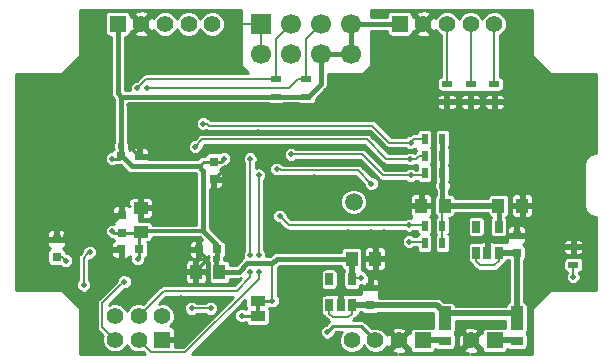
<source format=gbl>
G04 #@! TF.GenerationSoftware,KiCad,Pcbnew,(5.0.0)*
G04 #@! TF.CreationDate,2018-08-08T03:12:07+09:00*
G04 #@! TF.ProjectId,Altimeter,416C74696D657465722E6B696361645F,rev?*
G04 #@! TF.SameCoordinates,Original*
G04 #@! TF.FileFunction,Copper,L2,Bot,Signal*
G04 #@! TF.FilePolarity,Positive*
%FSLAX46Y46*%
G04 Gerber Fmt 4.6, Leading zero omitted, Abs format (unit mm)*
G04 Created by KiCad (PCBNEW (5.0.0)) date 08/08/18 03:12:07*
%MOMM*%
%LPD*%
G01*
G04 APERTURE LIST*
G04 #@! TA.AperFunction,EtchedComponent*
%ADD10C,0.300000*%
G04 #@! TD*
G04 #@! TA.AperFunction,ComponentPad*
%ADD11C,1.700000*%
G04 #@! TD*
G04 #@! TA.AperFunction,ComponentPad*
%ADD12R,1.700000X1.700000*%
G04 #@! TD*
G04 #@! TA.AperFunction,ComponentPad*
%ADD13C,1.400000*%
G04 #@! TD*
G04 #@! TA.AperFunction,ComponentPad*
%ADD14R,1.400000X1.400000*%
G04 #@! TD*
G04 #@! TA.AperFunction,SMDPad,CuDef*
%ADD15R,0.750000X0.800000*%
G04 #@! TD*
G04 #@! TA.AperFunction,SMDPad,CuDef*
%ADD16R,0.650000X1.060000*%
G04 #@! TD*
G04 #@! TA.AperFunction,SMDPad,CuDef*
%ADD17R,1.000000X1.250000*%
G04 #@! TD*
G04 #@! TA.AperFunction,SMDPad,CuDef*
%ADD18R,0.800000X0.750000*%
G04 #@! TD*
G04 #@! TA.AperFunction,SMDPad,CuDef*
%ADD19R,1.250000X1.000000*%
G04 #@! TD*
G04 #@! TA.AperFunction,SMDPad,CuDef*
%ADD20R,1.270000X0.970000*%
G04 #@! TD*
G04 #@! TA.AperFunction,SMDPad,CuDef*
%ADD21R,0.900000X0.500000*%
G04 #@! TD*
G04 #@! TA.AperFunction,SMDPad,CuDef*
%ADD22R,0.500000X0.900000*%
G04 #@! TD*
G04 #@! TA.AperFunction,ComponentPad*
%ADD23C,1.500000*%
G04 #@! TD*
G04 #@! TA.AperFunction,SMDPad,CuDef*
%ADD24R,1.100000X0.800000*%
G04 #@! TD*
G04 #@! TA.AperFunction,SMDPad,CuDef*
%ADD25R,1.100000X2.000000*%
G04 #@! TD*
G04 #@! TA.AperFunction,ViaPad*
%ADD26C,0.500000*%
G04 #@! TD*
G04 #@! TA.AperFunction,ViaPad*
%ADD27C,0.600000*%
G04 #@! TD*
G04 #@! TA.AperFunction,Conductor*
%ADD28C,0.400000*%
G04 #@! TD*
G04 #@! TA.AperFunction,Conductor*
%ADD29C,0.250000*%
G04 #@! TD*
G04 #@! TA.AperFunction,Conductor*
%ADD30C,0.200000*%
G04 #@! TD*
G04 #@! TA.AperFunction,Conductor*
%ADD31C,0.500000*%
G04 #@! TD*
G04 #@! TA.AperFunction,Conductor*
%ADD32C,0.300000*%
G04 #@! TD*
G04 #@! TA.AperFunction,Conductor*
%ADD33C,0.254000*%
G04 #@! TD*
G04 APERTURE END LIST*
D10*
G04 #@! TO.C,JP1*
X145897900Y-95182000D02*
X145897900Y-96182000D01*
G04 #@! TD*
D11*
G04 #@! TO.P,U2,8*
G04 #@! TO.N,+3V3*
X153810000Y-74155500D03*
G04 #@! TO.P,U2,7*
X151270000Y-74155500D03*
G04 #@! TO.P,U2,6*
G04 #@! TO.N,N/C*
X148730000Y-74155500D03*
G04 #@! TO.P,U2,5*
G04 #@! TO.N,GND*
X146190000Y-74155500D03*
G04 #@! TO.P,U2,4*
G04 #@! TO.N,+3V3*
X153810000Y-71615500D03*
G04 #@! TO.P,U2,3*
G04 #@! TO.N,/I2C1_SCL*
X151270000Y-71615500D03*
G04 #@! TO.P,U2,2*
G04 #@! TO.N,/I2C1_SDA*
X148730000Y-71615500D03*
D12*
G04 #@! TO.P,U2,1*
G04 #@! TO.N,GND*
X146190000Y-71615500D03*
G04 #@! TD*
D13*
G04 #@! TO.P,J2,6*
G04 #@! TO.N,/DEBUG_TX*
X133826800Y-96349000D03*
G04 #@! TO.P,J2,5*
G04 #@! TO.N,/DEBUG_RX*
X133826800Y-98349000D03*
G04 #@! TO.P,J2,4*
G04 #@! TO.N,/SWCLK*
X135826800Y-96349000D03*
G04 #@! TO.P,J2,3*
G04 #@! TO.N,/SWDIO*
X135826800Y-98349000D03*
D14*
G04 #@! TO.P,J2,1*
G04 #@! TO.N,GND*
X137826800Y-98349000D03*
D13*
G04 #@! TO.P,J2,2*
G04 #@! TO.N,/RESET*
X137826800Y-96349000D03*
G04 #@! TD*
D15*
G04 #@! TO.P,C1,2*
G04 #@! TO.N,GND*
X155422600Y-93915800D03*
G04 #@! TO.P,C1,1*
G04 #@! TO.N,+6V*
X155422600Y-95415800D03*
G04 #@! TD*
D16*
G04 #@! TO.P,VR1,5*
G04 #@! TO.N,+3V3*
X153883400Y-93210200D03*
G04 #@! TO.P,VR1,4*
G04 #@! TO.N,N/C*
X151983400Y-93210200D03*
G04 #@! TO.P,VR1,3*
G04 #@! TO.N,+6V*
X151983400Y-95410200D03*
G04 #@! TO.P,VR1,2*
G04 #@! TO.N,GND*
X152933400Y-95410200D03*
G04 #@! TO.P,VR1,1*
G04 #@! TO.N,+6V*
X153883400Y-95410200D03*
G04 #@! TD*
D17*
G04 #@! TO.P,C2,2*
G04 #@! TO.N,GND*
X155863800Y-91490800D03*
G04 #@! TO.P,C2,1*
G04 #@! TO.N,+3V3*
X153863800Y-91490800D03*
G04 #@! TD*
D15*
G04 #@! TO.P,C3,2*
G04 #@! TO.N,GND*
X128879600Y-89826400D03*
G04 #@! TO.P,C3,1*
G04 #@! TO.N,/RESET*
X128879600Y-91326400D03*
G04 #@! TD*
D17*
G04 #@! TO.P,C4,1*
G04 #@! TO.N,+3V3*
X142668800Y-92608600D03*
G04 #@! TO.P,C4,2*
G04 #@! TO.N,GND*
X140668800Y-92608600D03*
G04 #@! TD*
D18*
G04 #@! TO.P,C5,2*
G04 #@! TO.N,GND*
X134352600Y-90703400D03*
G04 #@! TO.P,C5,1*
G04 #@! TO.N,+3V3*
X135852600Y-90703400D03*
G04 #@! TD*
G04 #@! TO.P,C6,1*
G04 #@! TO.N,+3V3*
X142431200Y-90703400D03*
G04 #@! TO.P,C6,2*
G04 #@! TO.N,GND*
X140931200Y-90703400D03*
G04 #@! TD*
G04 #@! TO.P,C7,2*
G04 #@! TO.N,GND*
X135878000Y-82829400D03*
G04 #@! TO.P,C7,1*
G04 #@! TO.N,+3V3*
X134378000Y-82829400D03*
G04 #@! TD*
D15*
G04 #@! TO.P,C8,1*
G04 #@! TO.N,+3V3*
X142176500Y-83260500D03*
G04 #@! TO.P,C8,2*
G04 #@! TO.N,GND*
X142176500Y-84760500D03*
G04 #@! TD*
D19*
G04 #@! TO.P,C9,1*
G04 #@! TO.N,+3V3*
X136017000Y-89188800D03*
G04 #@! TO.P,C9,2*
G04 #@! TO.N,GND*
X136017000Y-87188800D03*
G04 #@! TD*
D15*
G04 #@! TO.P,C10,1*
G04 #@! TO.N,+3V3*
X134391400Y-89294400D03*
G04 #@! TO.P,C10,2*
G04 #@! TO.N,GND*
X134391400Y-87794400D03*
G04 #@! TD*
D17*
G04 #@! TO.P,C15,2*
G04 #@! TO.N,GND*
X159756600Y-86995000D03*
G04 #@! TO.P,C15,1*
G04 #@! TO.N,VDD*
X161756600Y-86995000D03*
G04 #@! TD*
D13*
G04 #@! TO.P,J1,2*
G04 #@! TO.N,GND*
X163976600Y-98412500D03*
D14*
G04 #@! TO.P,J1,1*
G04 #@! TO.N,Net-(D6-Pad2)*
X165976600Y-98412500D03*
G04 #@! TD*
D13*
G04 #@! TO.P,J4,5*
G04 #@! TO.N,/GNSS_1PPS*
X142062500Y-71615500D03*
G04 #@! TO.P,J4,4*
G04 #@! TO.N,/GNSS_TX*
X140062500Y-71615500D03*
G04 #@! TO.P,J4,3*
G04 #@! TO.N,/GNSS_RX*
X138062500Y-71615500D03*
D14*
G04 #@! TO.P,J4,1*
G04 #@! TO.N,+3V3*
X134062500Y-71615500D03*
D13*
G04 #@! TO.P,J4,2*
G04 #@! TO.N,GND*
X136062500Y-71615500D03*
G04 #@! TD*
G04 #@! TO.P,J5,2*
G04 #@! TO.N,GND*
X157880600Y-98412500D03*
D14*
G04 #@! TO.P,J5,1*
G04 #@! TO.N,Net-(D7-Pad2)*
X159880600Y-98412500D03*
D13*
G04 #@! TO.P,J5,3*
G04 #@! TO.N,Net-(J5-Pad3)*
X155880600Y-98412500D03*
G04 #@! TO.P,J5,4*
G04 #@! TO.N,Net-(J5-Pad4)*
X153880600Y-98412500D03*
G04 #@! TD*
D20*
G04 #@! TO.P,JP1,2*
G04 #@! TO.N,/RS485_EN*
X145897900Y-96322000D03*
G04 #@! TO.P,JP1,1*
G04 #@! TO.N,+3V3*
X145897900Y-95042000D03*
G04 #@! TD*
D21*
G04 #@! TO.P,R1,2*
G04 #@! TO.N,GND*
X172618400Y-90486800D03*
G04 #@! TO.P,R1,1*
G04 #@! TO.N,Net-(D1-Pad1)*
X172618400Y-91986800D03*
G04 #@! TD*
D22*
G04 #@! TO.P,R7,1*
G04 #@! TO.N,VDD*
X161545000Y-81331000D03*
G04 #@! TO.P,R7,2*
G04 #@! TO.N,/SD_DAT2*
X160045000Y-81331000D03*
G04 #@! TD*
G04 #@! TO.P,R8,1*
G04 #@! TO.N,VDD*
X161545000Y-82791500D03*
G04 #@! TO.P,R8,2*
G04 #@! TO.N,/SD_DAT3*
X160045000Y-82791500D03*
G04 #@! TD*
G04 #@! TO.P,R9,2*
G04 #@! TO.N,/SD_CMD*
X160045000Y-84252000D03*
G04 #@! TO.P,R9,1*
G04 #@! TO.N,VDD*
X161545000Y-84252000D03*
G04 #@! TD*
G04 #@! TO.P,R10,1*
G04 #@! TO.N,VDD*
X161545000Y-88697000D03*
G04 #@! TO.P,R10,2*
G04 #@! TO.N,/SD_DAT0*
X160045000Y-88697000D03*
G04 #@! TD*
G04 #@! TO.P,R11,2*
G04 #@! TO.N,/SD_DAT1*
X160045000Y-90157500D03*
G04 #@! TO.P,R11,1*
G04 #@! TO.N,VDD*
X161545000Y-90157500D03*
G04 #@! TD*
D13*
G04 #@! TO.P,J6,5*
G04 #@! TO.N,/FLIGHTPIN*
X165937500Y-71615500D03*
G04 #@! TO.P,J6,4*
G04 #@! TO.N,/BUZZER*
X163937500Y-71615500D03*
G04 #@! TO.P,J6,3*
G04 #@! TO.N,/TRIGGER*
X161937500Y-71615500D03*
D14*
G04 #@! TO.P,J6,1*
G04 #@! TO.N,+3V3*
X157937500Y-71615500D03*
D13*
G04 #@! TO.P,J6,2*
G04 #@! TO.N,GND*
X159937500Y-71615500D03*
G04 #@! TD*
D21*
G04 #@! TO.P,R14,2*
G04 #@! TO.N,/I2C1_SDA*
X147460000Y-76263000D03*
G04 #@! TO.P,R14,1*
G04 #@! TO.N,+3V3*
X147460000Y-77763000D03*
G04 #@! TD*
G04 #@! TO.P,R15,1*
G04 #@! TO.N,+3V3*
X150000000Y-77763000D03*
G04 #@! TO.P,R15,2*
G04 #@! TO.N,/I2C1_SCL*
X150000000Y-76263000D03*
G04 #@! TD*
D23*
G04 #@! TO.P,TP1,1*
G04 #@! TO.N,Net-(TP1-Pad1)*
X154051000Y-86677500D03*
G04 #@! TD*
D24*
G04 #@! TO.P,D6,2*
G04 #@! TO.N,Net-(D6-Pad2)*
X167830800Y-98425200D03*
D25*
G04 #@! TO.P,D6,1*
G04 #@! TO.N,+6V*
X167830800Y-96525200D03*
G04 #@! TD*
G04 #@! TO.P,D7,1*
G04 #@! TO.N,+6V*
X161734800Y-96525200D03*
D24*
G04 #@! TO.P,D7,2*
G04 #@! TO.N,Net-(D7-Pad2)*
X161734800Y-98425200D03*
G04 #@! TD*
D21*
G04 #@! TO.P,R16,2*
G04 #@! TO.N,GND*
X161938000Y-78220200D03*
G04 #@! TO.P,R16,1*
G04 #@! TO.N,/TRIGGER*
X161938000Y-76720200D03*
G04 #@! TD*
G04 #@! TO.P,R17,1*
G04 #@! TO.N,/BUZZER*
X163944600Y-76720200D03*
G04 #@! TO.P,R17,2*
G04 #@! TO.N,GND*
X163944600Y-78220200D03*
G04 #@! TD*
G04 #@! TO.P,R18,2*
G04 #@! TO.N,GND*
X165951200Y-78220200D03*
G04 #@! TO.P,R18,1*
G04 #@! TO.N,/FLIGHTPIN*
X165951200Y-76720200D03*
G04 #@! TD*
D15*
G04 #@! TO.P,C16,1*
G04 #@! TO.N,+6V*
X167830500Y-90983500D03*
G04 #@! TO.P,C16,2*
G04 #@! TO.N,GND*
X167830500Y-89483500D03*
G04 #@! TD*
D17*
G04 #@! TO.P,C17,2*
G04 #@! TO.N,GND*
X168297100Y-87007700D03*
G04 #@! TO.P,C17,1*
G04 #@! TO.N,VDD*
X166297100Y-87007700D03*
G04 #@! TD*
D16*
G04 #@! TO.P,VR2,5*
G04 #@! TO.N,VDD*
X166304000Y-88765200D03*
G04 #@! TO.P,VR2,4*
G04 #@! TO.N,N/C*
X164404000Y-88765200D03*
G04 #@! TO.P,VR2,3*
G04 #@! TO.N,+6V*
X164404000Y-90965200D03*
G04 #@! TO.P,VR2,2*
G04 #@! TO.N,GND*
X165354000Y-90965200D03*
G04 #@! TO.P,VR2,1*
G04 #@! TO.N,+6V*
X166304000Y-90965200D03*
G04 #@! TD*
D26*
G04 #@! TO.N,GND*
X129857800Y-78003600D03*
X125920800Y-81559600D03*
X126809800Y-81559600D03*
X128841800Y-81559600D03*
X127825800Y-81559600D03*
X125920800Y-83337600D03*
X125920800Y-82448600D03*
X125920800Y-84226600D03*
X125920800Y-86004600D03*
X125920800Y-87782600D03*
X128841800Y-80924586D03*
X127825800Y-80924600D03*
X126809800Y-80924600D03*
X127952800Y-76479600D03*
X126936800Y-76479600D03*
X129095800Y-76479600D03*
X130238800Y-76479600D03*
X128587800Y-88671600D03*
X129984800Y-88671600D03*
X127190800Y-88671600D03*
X125920800Y-85115600D03*
X138290600Y-88493800D03*
X138798300Y-89827100D03*
X141020800Y-89827100D03*
X125920800Y-88671600D03*
X129641600Y-89509600D03*
X148666500Y-87871500D03*
X154064000Y-82029500D03*
X156540500Y-81966000D03*
X156540500Y-83591400D03*
X154064000Y-83337600D03*
X148933200Y-80810300D03*
X147587000Y-80810300D03*
X147587000Y-82016800D03*
X146037600Y-82016800D03*
X146647200Y-79476800D03*
X145897900Y-80797600D03*
X143980200Y-80823000D03*
X144640600Y-82372200D03*
X154216400Y-87947500D03*
X152146000Y-87884000D03*
X153556000Y-89255800D03*
X152336500Y-85852200D03*
X153797000Y-84645500D03*
X156527500Y-86995200D03*
X148742400Y-79476600D03*
X131127500Y-70675500D03*
X131127500Y-74231500D03*
X152044400Y-76022200D03*
X142011400Y-85750400D03*
X136829800Y-94386400D03*
X137935000Y-95123200D03*
X134823200Y-99339400D03*
X155752800Y-70662800D03*
X155702000Y-72415400D03*
X159080200Y-72847200D03*
X156870400Y-72821800D03*
X159842200Y-77419200D03*
X154178000Y-77470000D03*
X159588200Y-79705200D03*
X161417000Y-79197200D03*
X168859200Y-70662800D03*
X174294800Y-76123800D03*
X162826700Y-86182200D03*
X168884600Y-99314000D03*
X174320200Y-93903800D03*
X125730000Y-93878400D03*
X131140200Y-99288600D03*
X131826000Y-92024200D03*
X139446000Y-93522800D03*
X140589000Y-88468200D03*
X142011400Y-88849200D03*
X133604000Y-88366600D03*
X140589000Y-84378800D03*
X138633200Y-84378800D03*
X136347200Y-84404200D03*
X134264400Y-83743800D03*
X136880600Y-82956400D03*
X140665200Y-82931000D03*
X142062200Y-82143600D03*
X143027404Y-84048600D03*
X142837200Y-80823000D03*
X156553200Y-85293400D03*
X159118600Y-89332000D03*
X148476000Y-93395800D03*
X156578600Y-89230400D03*
X155486400Y-89230400D03*
X162941000Y-70662800D03*
X174294800Y-80670400D03*
X174294800Y-89585800D03*
X139050000Y-70675000D03*
X130400000Y-94600000D03*
X169600000Y-75400000D03*
X157400000Y-77450000D03*
X136875000Y-90275000D03*
X136025000Y-88150000D03*
X161086800Y-99364800D03*
X154875000Y-99375000D03*
X159175000Y-82347000D03*
X160775000Y-83500000D03*
X160775000Y-89425000D03*
X147155200Y-95859800D03*
X141414500Y-99339400D03*
X139459000Y-94843800D03*
X140830600Y-96317000D03*
X144564400Y-99339600D03*
X147180600Y-99288800D03*
X152527000Y-98018600D03*
X133718600Y-85776000D03*
X149974600Y-95377200D03*
X166662400Y-96977400D03*
X162903200Y-96977400D03*
X162903200Y-95275600D03*
X166662400Y-95275600D03*
X160642600Y-97180600D03*
X164757400Y-95275600D03*
X164757400Y-96977400D03*
X151244600Y-99288800D03*
X143015000Y-87300000D03*
X155334000Y-86665000D03*
X154038600Y-85420400D03*
X131254800Y-76479600D03*
X139052600Y-75565200D03*
X137350800Y-74015800D03*
X138849400Y-79984800D03*
X141694200Y-78511600D03*
X140195600Y-79095800D03*
X145605800Y-78486200D03*
X145605800Y-78486200D03*
X145605800Y-78486200D03*
X145605800Y-78486200D03*
X145605800Y-78486200D03*
X145605800Y-78486200D03*
X145605800Y-78486200D03*
X150685800Y-84607600D03*
X146875800Y-84480600D03*
X151854200Y-83312200D03*
X151905000Y-80810300D03*
X151879600Y-82042200D03*
X149212600Y-82042200D03*
X148171200Y-83286800D03*
X151905000Y-79502200D03*
X156502400Y-80238800D03*
X154051300Y-80810300D03*
X148476000Y-90475000D03*
X134747000Y-94208600D03*
X159232600Y-83743800D03*
X134975594Y-91541600D03*
X141605000Y-91541600D03*
X126517400Y-87782400D03*
X132334006Y-77546200D03*
X132334000Y-76479400D03*
X132334000Y-78587600D03*
X132333998Y-79705200D03*
X132334000Y-80924400D03*
X131394208Y-82143600D03*
X131394200Y-83337400D03*
X131394200Y-80924400D03*
X128333800Y-78003600D03*
X129717800Y-84531200D03*
X129717800Y-81559404D03*
X129006600Y-82448400D03*
X129717800Y-83566002D03*
X129717800Y-82549998D03*
X131191000Y-86106004D03*
X131191000Y-87376000D03*
X131191000Y-88671396D03*
X125920800Y-86893600D03*
X125857000Y-79806800D03*
X125857004Y-78638400D03*
X125857000Y-77495400D03*
X125857000Y-76479401D03*
X125857000Y-80924400D03*
D27*
X144564400Y-75565200D03*
D26*
X135051800Y-78460600D03*
X133477000Y-82169000D03*
X138455400Y-86436200D03*
X140589000Y-86436200D03*
X133324600Y-72847200D03*
X136474200Y-75615800D03*
X152933400Y-94208600D03*
X154609800Y-96443800D03*
X154432000Y-94284800D03*
X156438600Y-94564200D03*
X160375600Y-96240600D03*
X157886400Y-96240600D03*
X158699200Y-94589600D03*
X161137600Y-94615000D03*
X154813000Y-90347800D03*
X153009600Y-92684600D03*
X143852900Y-91782900D03*
X144018000Y-93383100D03*
X144653000Y-95491300D03*
X135204200Y-82016600D03*
X138849100Y-78460600D03*
X133642100Y-80175100D03*
X133337300Y-76708000D03*
X165341300Y-89789000D03*
X166801800Y-89877900D03*
X167195500Y-88277700D03*
X157657800Y-91617800D03*
X162318700Y-89420700D03*
X162801300Y-87820500D03*
X165265100Y-86194900D03*
X167043100Y-91871800D03*
X165227000Y-87807800D03*
X169595800Y-89573100D03*
X169570400Y-84975700D03*
X169595800Y-80657700D03*
X164884100Y-80657700D03*
X164884100Y-84988400D03*
X169468800Y-94488000D03*
X155346400Y-92659200D03*
X161975800Y-92684600D03*
X158521400Y-92659200D03*
X164744400Y-92684600D03*
X158648400Y-87528400D03*
X158775400Y-86106000D03*
X141846600Y-72898200D03*
X173304200Y-85013800D03*
X144920000Y-79629200D03*
X143218200Y-79629200D03*
X154216400Y-79603800D03*
G04 #@! TO.N,+3V3*
X147155200Y-95047000D03*
X135737596Y-91516200D03*
X133604000Y-89154000D03*
D27*
X142417800Y-91516200D03*
D26*
X143052800Y-83007196D03*
D27*
X134366000Y-81965800D03*
D26*
X133603996Y-83007200D03*
X154673300Y-93103700D03*
G04 #@! TO.N,/RESET*
X129641600Y-91643200D03*
G04 #@! TO.N,Net-(D1-Pad1)*
X172618400Y-93040200D03*
G04 #@! TO.N,/SWDIO*
X145986496Y-84391500D03*
X145986800Y-91186200D03*
X145986500Y-92583002D03*
G04 #@! TO.N,/SWCLK*
X145275600Y-91186200D03*
X145275600Y-83032801D03*
X145277840Y-92583002D03*
G04 #@! TO.N,/DEBUG_RX*
X134620000Y-93421200D03*
G04 #@! TO.N,/DEBUG_TX*
X131191000Y-93726006D03*
X131699000Y-90932000D03*
G04 #@! TO.N,/SD_DAT2*
X158851602Y-81661000D03*
X141287800Y-80061000D03*
G04 #@! TO.N,/SD_DAT3*
X158850000Y-83050000D03*
X140614400Y-82016600D03*
G04 #@! TO.N,Net-(J3-Pad5)*
X155524500Y-85141000D03*
X147523200Y-83896200D03*
G04 #@! TO.N,/SD_DAT0*
X158724600Y-88646000D03*
X147777500Y-87871500D03*
G04 #@! TO.N,/SD_DAT1*
X158724600Y-90042998D03*
G04 #@! TO.N,/SD_CMD*
X148730000Y-82664502D03*
X158851600Y-84429599D03*
G04 #@! TO.N,Net-(J5-Pad3)*
X151803400Y-97702000D03*
G04 #@! TO.N,/RS485_EN*
X144564400Y-96317000D03*
X140309604Y-95681800D03*
X141935200Y-95681800D03*
G04 #@! TO.N,/I2C1_SDA*
X135712200Y-77038200D03*
G04 #@! TO.N,/I2C1_SCL*
X136499600Y-77038200D03*
D27*
G04 #@! TO.N,VDD*
X161557000Y-85331500D03*
G04 #@! TD*
D28*
G04 #@! TO.N,GND*
X129857800Y-77241600D02*
X129095800Y-76479600D01*
X129857800Y-78003600D02*
X129857800Y-77241600D01*
D29*
X141033800Y-91084600D02*
X141033800Y-91084610D01*
X140918800Y-90957600D02*
X140918800Y-90969600D01*
X140918800Y-90969600D02*
X141033800Y-91084600D01*
X128879600Y-89826400D02*
X129324800Y-89826400D01*
X129324800Y-89826400D02*
X129641600Y-89509600D01*
X133680200Y-88366600D02*
X133604000Y-88366600D01*
X134391400Y-87794400D02*
X134252400Y-87794400D01*
X134252400Y-87794400D02*
X133680200Y-88366600D01*
X142863400Y-84048600D02*
X143027404Y-84048600D01*
X142176500Y-84760500D02*
X142176500Y-84735500D01*
X142176500Y-84735500D02*
X142863400Y-84048600D01*
X134622041Y-91541600D02*
X134975594Y-91541600D01*
X134565800Y-91541600D02*
X134622041Y-91541600D01*
X134352600Y-91328400D02*
X134565800Y-91541600D01*
X134352600Y-90703400D02*
X134352600Y-91328400D01*
X140668800Y-92608600D02*
X140668800Y-92483600D01*
X141605000Y-91547400D02*
X141605000Y-91541600D01*
X140668800Y-92483600D02*
X141605000Y-91547400D01*
X140931200Y-90867800D02*
X140931200Y-90703400D01*
X141605000Y-91541600D02*
X140931200Y-90867800D01*
X126517200Y-87782600D02*
X126517400Y-87782400D01*
X125920800Y-87782600D02*
X126517200Y-87782600D01*
D30*
X129857800Y-78003600D02*
X128333800Y-78003600D01*
X129006600Y-82448400D02*
X129616202Y-82448400D01*
X129616202Y-82448400D02*
X129717800Y-82549998D01*
D29*
X135204200Y-82155600D02*
X135878000Y-82829400D01*
X135204200Y-82016600D02*
X135204200Y-82155600D01*
X159756600Y-86995000D02*
X159006600Y-86995000D01*
X159006600Y-86995000D02*
X158648400Y-87353200D01*
X158648400Y-87353200D02*
X158648400Y-87528400D01*
D30*
X146190000Y-71615500D02*
X143916400Y-71615500D01*
X142633700Y-72898200D02*
X141846600Y-72898200D01*
X143916400Y-71615500D02*
X142633700Y-72898200D01*
X146190000Y-72953419D02*
X146190000Y-71615500D01*
X146190000Y-74155500D02*
X146190000Y-72953419D01*
D31*
G04 #@! TO.N,+6V*
X167419400Y-96113800D02*
X167830800Y-96525200D01*
X161734800Y-96525200D02*
X162146200Y-96113800D01*
X162146200Y-96113800D02*
X167419400Y-96113800D01*
D30*
X153883400Y-96140200D02*
X153883400Y-95410200D01*
X153579800Y-96443800D02*
X153883400Y-96140200D01*
X152287000Y-96443800D02*
X153579800Y-96443800D01*
X151983400Y-95410200D02*
X151983400Y-96140200D01*
X151983400Y-96140200D02*
X152287000Y-96443800D01*
D31*
X155417000Y-95410200D02*
X155422600Y-95415800D01*
X153883400Y-95410200D02*
X155417000Y-95410200D01*
X161734800Y-96088500D02*
X161734800Y-96525200D01*
X155422600Y-95415800D02*
X161062100Y-95415800D01*
X161062100Y-95415800D02*
X161734800Y-96088500D01*
X166322300Y-90983500D02*
X166304000Y-90965200D01*
X167830500Y-90983500D02*
X166322300Y-90983500D01*
D30*
X166304000Y-91695200D02*
X166304000Y-90965200D01*
X165962300Y-92036900D02*
X166304000Y-91695200D01*
X164745700Y-92036900D02*
X165962300Y-92036900D01*
X164404000Y-90965200D02*
X164404000Y-91695200D01*
X164404000Y-91695200D02*
X164745700Y-92036900D01*
D31*
X167830500Y-96524900D02*
X167830800Y-96525200D01*
X167830500Y-90983500D02*
X167830500Y-96524900D01*
D28*
G04 #@! TO.N,+3V3*
X147460000Y-77763000D02*
X150000000Y-77763000D01*
X150200000Y-77763000D02*
X151270000Y-76693000D01*
X150000000Y-77763000D02*
X150200000Y-77763000D01*
X151270000Y-74155500D02*
X151270000Y-76693000D01*
X151270000Y-74155500D02*
X153810000Y-74155500D01*
X153810000Y-74155500D02*
X153810000Y-71615500D01*
X153810000Y-71615500D02*
X157937500Y-71615500D01*
D29*
X145902900Y-95047000D02*
X145897900Y-95042000D01*
X147167900Y-95047000D02*
X145902900Y-95047000D01*
D32*
X134339800Y-82575600D02*
X134314800Y-82575600D01*
D29*
X141336900Y-83260500D02*
X140929800Y-83667600D01*
X142176500Y-83260500D02*
X141336900Y-83260500D01*
D28*
X147460000Y-77763000D02*
X135421000Y-77763000D01*
D29*
X133744400Y-89294400D02*
X133604000Y-89154000D01*
X134391400Y-89294400D02*
X133744400Y-89294400D01*
X135852600Y-91401196D02*
X135737596Y-91516200D01*
X135852600Y-90703400D02*
X135852600Y-91401196D01*
D32*
X138512801Y-89160599D02*
X141296799Y-89160599D01*
X136315201Y-89160599D02*
X138512801Y-89160599D01*
X136017000Y-89188800D02*
X136287000Y-89188800D01*
X136287000Y-89188800D02*
X136315201Y-89160599D01*
D29*
X135911400Y-89294400D02*
X136017000Y-89188800D01*
X134391400Y-89294400D02*
X135911400Y-89294400D01*
X135852600Y-89353200D02*
X136017000Y-89188800D01*
X135852600Y-90703400D02*
X135852600Y-89353200D01*
D30*
X147155200Y-91884500D02*
X147155200Y-95047000D01*
D29*
X142799496Y-83260500D02*
X143052800Y-83007196D01*
X142176500Y-83260500D02*
X142799496Y-83260500D01*
X134200200Y-83007200D02*
X134378000Y-82829400D01*
X133603996Y-83007200D02*
X134200200Y-83007200D01*
D28*
X134366000Y-82817400D02*
X134378000Y-82829400D01*
X134366000Y-81965800D02*
X134366000Y-82817400D01*
X134403000Y-82829400D02*
X135241200Y-83667600D01*
X134378000Y-82829400D02*
X134403000Y-82829400D01*
X135241200Y-83667600D02*
X140929800Y-83667600D01*
X140941199Y-83667600D02*
X141296799Y-84023200D01*
X140929800Y-83667600D02*
X140941199Y-83667600D01*
X141296799Y-89160599D02*
X142418800Y-90282600D01*
X141296799Y-84023200D02*
X141296799Y-89160599D01*
X142418800Y-90691000D02*
X142431200Y-90703400D01*
X142418800Y-90282600D02*
X142418800Y-90691000D01*
X142431200Y-91502800D02*
X142417800Y-91516200D01*
X142431200Y-90703400D02*
X142431200Y-91502800D01*
X142417800Y-92357600D02*
X142668800Y-92608600D01*
X142417800Y-91516200D02*
X142417800Y-92357600D01*
X134062500Y-77458500D02*
X134062500Y-71615500D01*
X134367000Y-77763000D02*
X134062500Y-77458500D01*
X134366000Y-81965800D02*
X134366000Y-77764000D01*
X135420000Y-77764000D02*
X135421000Y-77763000D01*
X134366000Y-77764000D02*
X135420000Y-77764000D01*
X135421000Y-77763000D02*
X134367000Y-77763000D01*
X134367000Y-77763000D02*
X147460000Y-77763000D01*
X134366000Y-77764000D02*
X134367000Y-77763000D01*
D31*
X153883400Y-91510400D02*
X153863800Y-91490800D01*
X153883400Y-93210200D02*
X153883400Y-91510400D01*
D28*
X144309900Y-92608600D02*
X142668800Y-92608600D01*
X147155200Y-91884500D02*
X145034000Y-91884500D01*
X145034000Y-91884500D02*
X144309900Y-92608600D01*
X153837640Y-91490800D02*
X153863800Y-91490800D01*
X147155200Y-91884500D02*
X147548900Y-91490800D01*
X147548900Y-91490800D02*
X153837640Y-91490800D01*
D30*
X153989900Y-93103700D02*
X154673300Y-93103700D01*
X153883400Y-93210200D02*
X153989900Y-93103700D01*
G04 #@! TO.N,/RESET*
X129324800Y-91326400D02*
X129641600Y-91643200D01*
X128879600Y-91326400D02*
X129324800Y-91326400D01*
G04 #@! TO.N,Net-(D1-Pad1)*
X172618400Y-93040200D02*
X172618400Y-91986800D01*
G04 #@! TO.N,/SWDIO*
X145986496Y-84391500D02*
X145986496Y-91185896D01*
X145986496Y-91185896D02*
X145986800Y-91186200D01*
X145986500Y-92936555D02*
X145986500Y-92583002D01*
X145986500Y-93218000D02*
X145986500Y-92936555D01*
X139776200Y-99428300D02*
X145986500Y-93218000D01*
X135826800Y-98349000D02*
X136906100Y-99428300D01*
X136906100Y-99428300D02*
X139776200Y-99428300D01*
G04 #@! TO.N,/SWCLK*
X145275600Y-91186200D02*
X145275600Y-83032801D01*
X145275300Y-92585542D02*
X145277840Y-92583002D01*
X145275300Y-93078300D02*
X145275300Y-92585542D01*
X144132100Y-94221500D02*
X145275300Y-93078300D01*
X135826800Y-96349000D02*
X137954300Y-94221500D01*
X137954300Y-94221500D02*
X144132100Y-94221500D01*
G04 #@! TO.N,/DEBUG_RX*
X132764799Y-95276401D02*
X134370001Y-93671199D01*
X134370001Y-93671199D02*
X134620000Y-93421200D01*
X133826800Y-98349000D02*
X132764799Y-97286999D01*
X132764799Y-97286999D02*
X132764799Y-95276401D01*
G04 #@! TO.N,/DEBUG_TX*
X131191000Y-93726006D02*
X131191000Y-91440000D01*
X131499001Y-91131999D02*
X131699000Y-90932000D01*
X131191000Y-91440000D02*
X131499001Y-91131999D01*
G04 #@! TO.N,/SD_DAT2*
X159181602Y-81331000D02*
X158851602Y-81661000D01*
X160045000Y-81331000D02*
X159181602Y-81331000D01*
X141641353Y-80061000D02*
X141287800Y-80061000D01*
X141793753Y-80213400D02*
X141641353Y-80061000D01*
X155613400Y-80213400D02*
X141793753Y-80213400D01*
X158851602Y-81661000D02*
X157061000Y-81661000D01*
X157061000Y-81661000D02*
X155613400Y-80213400D01*
G04 #@! TO.N,/SD_DAT3*
X159132842Y-83050000D02*
X158850000Y-83050000D01*
X160045000Y-82791500D02*
X159595000Y-82791500D01*
X159595000Y-82791500D02*
X159336500Y-83050000D01*
X159336500Y-83050000D02*
X159132842Y-83050000D01*
X155143500Y-81394500D02*
X141236500Y-81394500D01*
X156799000Y-83050000D02*
X155143500Y-81394500D01*
X158850000Y-83050000D02*
X156799000Y-83050000D01*
X141236500Y-81394500D02*
X140614400Y-82016600D01*
G04 #@! TO.N,Net-(J3-Pad5)*
X154381300Y-83997800D02*
X147907642Y-83997800D01*
X155524500Y-85141000D02*
X154381300Y-83997800D01*
X147907642Y-83997800D02*
X147806042Y-83896200D01*
X147806042Y-83896200D02*
X147523200Y-83896200D01*
G04 #@! TO.N,/SD_DAT0*
X159994000Y-88646000D02*
X160045000Y-88697000D01*
X158724600Y-88646000D02*
X159994000Y-88646000D01*
X158724600Y-88646000D02*
X148552000Y-88646000D01*
X147777500Y-87871500D02*
X148552000Y-88646000D01*
G04 #@! TO.N,/SD_DAT1*
X159930498Y-90042998D02*
X160045000Y-90157500D01*
X158724600Y-90042998D02*
X159930498Y-90042998D01*
G04 #@! TO.N,/SD_CMD*
X158498047Y-84429599D02*
X158851600Y-84429599D01*
X154762502Y-82664502D02*
X156527599Y-84429599D01*
X148730000Y-82664502D02*
X154762502Y-82664502D01*
X156527599Y-84429599D02*
X158498047Y-84429599D01*
X158851601Y-84429600D02*
X158851600Y-84429599D01*
X160045000Y-84252000D02*
X159867400Y-84429600D01*
X159867400Y-84429600D02*
X158851601Y-84429600D01*
D29*
G04 #@! TO.N,Net-(J5-Pad3)*
X155180601Y-97712501D02*
X155880600Y-98412500D01*
X154674100Y-97206000D02*
X155180601Y-97712501D01*
X151803400Y-97702000D02*
X152299400Y-97206000D01*
X152299400Y-97206000D02*
X154674100Y-97206000D01*
G04 #@! TO.N,/RS485_EN*
X145892900Y-96317000D02*
X145897900Y-96322000D01*
X144564400Y-96317000D02*
X145892900Y-96317000D01*
D30*
X140348000Y-95694500D02*
X140348000Y-95694500D01*
X140309604Y-95681800D02*
X141935200Y-95681800D01*
G04 #@! TO.N,/I2C1_SDA*
X147460000Y-76263000D02*
X136487400Y-76263000D01*
X135712200Y-77038200D02*
X136487400Y-76263000D01*
X147460000Y-72885500D02*
X148730000Y-71615500D01*
X147460000Y-76263000D02*
X147460000Y-72885500D01*
G04 #@! TO.N,/I2C1_SCL*
X150000000Y-76263000D02*
X149350000Y-76263000D01*
X149350000Y-76263000D02*
X148574800Y-77038200D01*
X136499600Y-77038200D02*
X148574800Y-77038200D01*
X150000000Y-72885500D02*
X151270000Y-71615500D01*
X150000000Y-76263000D02*
X150000000Y-72885500D01*
G04 #@! TO.N,/FLIGHTPIN*
X165937500Y-76706500D02*
X165951200Y-76720200D01*
X165937500Y-71615500D02*
X165937500Y-76706500D01*
G04 #@! TO.N,/BUZZER*
X163937500Y-76713100D02*
X163944600Y-76720200D01*
X163937500Y-71615500D02*
X163937500Y-76713100D01*
G04 #@! TO.N,/TRIGGER*
X161937500Y-76719700D02*
X161938000Y-76720200D01*
X161937500Y-71615500D02*
X161937500Y-76719700D01*
D31*
G04 #@! TO.N,Net-(D6-Pad2)*
X167818100Y-98412500D02*
X167830800Y-98425200D01*
X165976600Y-98412500D02*
X167818100Y-98412500D01*
G04 #@! TO.N,Net-(D7-Pad2)*
X161722100Y-98412500D02*
X161734800Y-98425200D01*
X159880600Y-98412500D02*
X161722100Y-98412500D01*
D30*
G04 #@! TO.N,VDD*
X161545000Y-90157500D02*
X161545000Y-88697000D01*
X161545000Y-87206600D02*
X161756600Y-86995000D01*
X161545000Y-88697000D02*
X161545000Y-87206600D01*
D28*
X161557000Y-86795400D02*
X161756600Y-86995000D01*
X161557000Y-85331500D02*
X161557000Y-86795400D01*
X161545000Y-84252000D02*
X161545000Y-82791500D01*
X161545000Y-85319500D02*
X161557000Y-85331500D01*
X161545000Y-84252000D02*
X161545000Y-85319500D01*
X161545000Y-82791500D02*
X161545000Y-81331000D01*
X166304000Y-87014600D02*
X166297100Y-87007700D01*
X166304000Y-88765200D02*
X166304000Y-87014600D01*
D31*
X166284400Y-86995000D02*
X166297100Y-87007700D01*
X161756600Y-86995000D02*
X166284400Y-86995000D01*
G04 #@! TD*
D33*
G04 #@! TO.N,GND*
G36*
X169123000Y-74250000D02*
X169132667Y-74298601D01*
X169160197Y-74339803D01*
X170660197Y-75839803D01*
X170701399Y-75867333D01*
X170750000Y-75877000D01*
X174544000Y-75877000D01*
X174544001Y-82455084D01*
X174532398Y-82513418D01*
X174524796Y-82524796D01*
X174513418Y-82532398D01*
X174411039Y-82552762D01*
X174411038Y-82552762D01*
X174219697Y-82590822D01*
X174219695Y-82590822D01*
X174055316Y-82658911D01*
X173893105Y-82767298D01*
X173815280Y-82845124D01*
X173767298Y-82893105D01*
X173658911Y-83055316D01*
X173658911Y-83055317D01*
X173658910Y-83055318D01*
X173655666Y-83063150D01*
X173590822Y-83219695D01*
X173590822Y-83219697D01*
X173552762Y-83411039D01*
X173552762Y-83411043D01*
X173544000Y-83455092D01*
X173544001Y-87044909D01*
X173552762Y-87088953D01*
X173552762Y-87088961D01*
X173590822Y-87280303D01*
X173590822Y-87280305D01*
X173658911Y-87444684D01*
X173767298Y-87606895D01*
X173798984Y-87638580D01*
X173893105Y-87732702D01*
X174055316Y-87841089D01*
X174219695Y-87909178D01*
X174219697Y-87909178D01*
X174411038Y-87947238D01*
X174411039Y-87947238D01*
X174513418Y-87967602D01*
X174524796Y-87975204D01*
X174532398Y-87986582D01*
X174544000Y-88044911D01*
X174544001Y-94123000D01*
X170750000Y-94123000D01*
X170701399Y-94132667D01*
X170660197Y-94160197D01*
X169160197Y-95660197D01*
X169132667Y-95701399D01*
X169123000Y-95750000D01*
X169123000Y-99544000D01*
X163954032Y-99544000D01*
X164280691Y-99520611D01*
X164545128Y-99411078D01*
X164618344Y-99233849D01*
X163976600Y-98592105D01*
X163334856Y-99233849D01*
X163408072Y-99411078D01*
X163807549Y-99544000D01*
X157858032Y-99544000D01*
X158184691Y-99520611D01*
X158449128Y-99411078D01*
X158522344Y-99233849D01*
X157880600Y-98592105D01*
X157238856Y-99233849D01*
X157312072Y-99411078D01*
X157711549Y-99544000D01*
X140340736Y-99544000D01*
X142308250Y-97576486D01*
X151172400Y-97576486D01*
X151172400Y-97827514D01*
X151268464Y-98059433D01*
X151445967Y-98236936D01*
X151677886Y-98333000D01*
X151928914Y-98333000D01*
X152160833Y-98236936D01*
X152338336Y-98059433D01*
X152434400Y-97827514D01*
X152434400Y-97786592D01*
X152508992Y-97712000D01*
X153052335Y-97712000D01*
X152964172Y-97800163D01*
X152799600Y-98197476D01*
X152799600Y-98627524D01*
X152964172Y-99024837D01*
X153268263Y-99328928D01*
X153665576Y-99493500D01*
X154095624Y-99493500D01*
X154492937Y-99328928D01*
X154797028Y-99024837D01*
X154880600Y-98823076D01*
X154964172Y-99024837D01*
X155268263Y-99328928D01*
X155665576Y-99493500D01*
X156095624Y-99493500D01*
X156492937Y-99328928D01*
X156797028Y-99024837D01*
X156848598Y-98900335D01*
X156882022Y-98981028D01*
X157059251Y-99054244D01*
X157700995Y-98412500D01*
X157059251Y-97770756D01*
X156882022Y-97843972D01*
X156852244Y-97933466D01*
X156797028Y-97800163D01*
X156588016Y-97591151D01*
X157238856Y-97591151D01*
X157880600Y-98232895D01*
X158522344Y-97591151D01*
X158449128Y-97413922D01*
X158023712Y-97272369D01*
X157576509Y-97304389D01*
X157312072Y-97413922D01*
X157238856Y-97591151D01*
X156588016Y-97591151D01*
X156492937Y-97496072D01*
X156095624Y-97331500D01*
X155665576Y-97331500D01*
X155559238Y-97375546D01*
X155067138Y-96883447D01*
X155038906Y-96841194D01*
X154871531Y-96729359D01*
X154723935Y-96700000D01*
X154723934Y-96700000D01*
X154674100Y-96690087D01*
X154624266Y-96700000D01*
X154003836Y-96700000D01*
X154190018Y-96513817D01*
X154230181Y-96486981D01*
X154336492Y-96327877D01*
X154341606Y-96302168D01*
X154357059Y-96299094D01*
X154483086Y-96214886D01*
X154567294Y-96088859D01*
X154576774Y-96041200D01*
X154739982Y-96041200D01*
X154772914Y-96090486D01*
X154898941Y-96174694D01*
X155047600Y-96204264D01*
X155797600Y-96204264D01*
X155946259Y-96174694D01*
X156072286Y-96090486D01*
X156101476Y-96046800D01*
X160796336Y-96046800D01*
X160796336Y-97398425D01*
X160729259Y-97353606D01*
X160580600Y-97324036D01*
X159180600Y-97324036D01*
X159031941Y-97353606D01*
X158905914Y-97437814D01*
X158821706Y-97563841D01*
X158792136Y-97712500D01*
X158792136Y-97808014D01*
X158701949Y-97770756D01*
X158060205Y-98412500D01*
X158701949Y-99054244D01*
X158792136Y-99016986D01*
X158792136Y-99112500D01*
X158821706Y-99261159D01*
X158905914Y-99387186D01*
X159031941Y-99471394D01*
X159180600Y-99500964D01*
X160580600Y-99500964D01*
X160729259Y-99471394D01*
X160855286Y-99387186D01*
X160939494Y-99261159D01*
X160964363Y-99136134D01*
X161036141Y-99184094D01*
X161184800Y-99213664D01*
X162284800Y-99213664D01*
X162433459Y-99184094D01*
X162559486Y-99099886D01*
X162643694Y-98973859D01*
X162673264Y-98825200D01*
X162673264Y-98269388D01*
X162836469Y-98269388D01*
X162868489Y-98716591D01*
X162978022Y-98981028D01*
X163155251Y-99054244D01*
X163796995Y-98412500D01*
X163155251Y-97770756D01*
X162978022Y-97843972D01*
X162836469Y-98269388D01*
X162673264Y-98269388D01*
X162673264Y-98025200D01*
X162643694Y-97876541D01*
X162575981Y-97775200D01*
X162643694Y-97673859D01*
X162660145Y-97591151D01*
X163334856Y-97591151D01*
X163976600Y-98232895D01*
X164618344Y-97591151D01*
X164545128Y-97413922D01*
X164119712Y-97272369D01*
X163672509Y-97304389D01*
X163408072Y-97413922D01*
X163334856Y-97591151D01*
X162660145Y-97591151D01*
X162673264Y-97525200D01*
X162673264Y-96744800D01*
X166892336Y-96744800D01*
X166892336Y-97398425D01*
X166825259Y-97353606D01*
X166676600Y-97324036D01*
X165276600Y-97324036D01*
X165127941Y-97353606D01*
X165001914Y-97437814D01*
X164917706Y-97563841D01*
X164888136Y-97712500D01*
X164888136Y-97808014D01*
X164797949Y-97770756D01*
X164156205Y-98412500D01*
X164797949Y-99054244D01*
X164888136Y-99016986D01*
X164888136Y-99112500D01*
X164917706Y-99261159D01*
X165001914Y-99387186D01*
X165127941Y-99471394D01*
X165276600Y-99500964D01*
X166676600Y-99500964D01*
X166825259Y-99471394D01*
X166951286Y-99387186D01*
X167035494Y-99261159D01*
X167060363Y-99136134D01*
X167132141Y-99184094D01*
X167280800Y-99213664D01*
X168380800Y-99213664D01*
X168529459Y-99184094D01*
X168655486Y-99099886D01*
X168739694Y-98973859D01*
X168769264Y-98825200D01*
X168769264Y-98025200D01*
X168739694Y-97876541D01*
X168671981Y-97775200D01*
X168739694Y-97673859D01*
X168769264Y-97525200D01*
X168769264Y-95525200D01*
X168739694Y-95376541D01*
X168655486Y-95250514D01*
X168529459Y-95166306D01*
X168461500Y-95152788D01*
X168461500Y-91736800D01*
X171779936Y-91736800D01*
X171779936Y-92236800D01*
X171809506Y-92385459D01*
X171893714Y-92511486D01*
X172019741Y-92595694D01*
X172137400Y-92619098D01*
X172137400Y-92628831D01*
X172083464Y-92682767D01*
X171987400Y-92914686D01*
X171987400Y-93165714D01*
X172083464Y-93397633D01*
X172260967Y-93575136D01*
X172492886Y-93671200D01*
X172743914Y-93671200D01*
X172975833Y-93575136D01*
X173153336Y-93397633D01*
X173249400Y-93165714D01*
X173249400Y-92914686D01*
X173153336Y-92682767D01*
X173099400Y-92628831D01*
X173099400Y-92619098D01*
X173217059Y-92595694D01*
X173343086Y-92511486D01*
X173427294Y-92385459D01*
X173456864Y-92236800D01*
X173456864Y-91736800D01*
X173427294Y-91588141D01*
X173343086Y-91462114D01*
X173217059Y-91377906D01*
X173068400Y-91348336D01*
X172168400Y-91348336D01*
X172019741Y-91377906D01*
X171893714Y-91462114D01*
X171809506Y-91588141D01*
X171779936Y-91736800D01*
X168461500Y-91736800D01*
X168461500Y-91670672D01*
X168480186Y-91658186D01*
X168564394Y-91532159D01*
X168593964Y-91383500D01*
X168593964Y-90718550D01*
X171741400Y-90718550D01*
X171741400Y-90821735D01*
X171806407Y-90978676D01*
X171926524Y-91098793D01*
X172083464Y-91163800D01*
X172384650Y-91163800D01*
X172491400Y-91057050D01*
X172491400Y-90611800D01*
X172745400Y-90611800D01*
X172745400Y-91057050D01*
X172852150Y-91163800D01*
X173153336Y-91163800D01*
X173310276Y-91098793D01*
X173430393Y-90978676D01*
X173495400Y-90821735D01*
X173495400Y-90718550D01*
X173388650Y-90611800D01*
X172745400Y-90611800D01*
X172491400Y-90611800D01*
X171848150Y-90611800D01*
X171741400Y-90718550D01*
X168593964Y-90718550D01*
X168593964Y-90583500D01*
X168564394Y-90434841D01*
X168480186Y-90308814D01*
X168409129Y-90261336D01*
X168447376Y-90245493D01*
X168541004Y-90151865D01*
X171741400Y-90151865D01*
X171741400Y-90255050D01*
X171848150Y-90361800D01*
X172491400Y-90361800D01*
X172491400Y-89916550D01*
X172745400Y-89916550D01*
X172745400Y-90361800D01*
X173388650Y-90361800D01*
X173495400Y-90255050D01*
X173495400Y-90151865D01*
X173430393Y-89994924D01*
X173310276Y-89874807D01*
X173153336Y-89809800D01*
X172852150Y-89809800D01*
X172745400Y-89916550D01*
X172491400Y-89916550D01*
X172384650Y-89809800D01*
X172083464Y-89809800D01*
X171926524Y-89874807D01*
X171806407Y-89994924D01*
X171741400Y-90151865D01*
X168541004Y-90151865D01*
X168567493Y-90125376D01*
X168632500Y-89968435D01*
X168632500Y-89717250D01*
X168525750Y-89610500D01*
X167957500Y-89610500D01*
X167957500Y-89630500D01*
X167703500Y-89630500D01*
X167703500Y-89610500D01*
X167135250Y-89610500D01*
X167028500Y-89717250D01*
X167028500Y-89968435D01*
X167030400Y-89973022D01*
X167030400Y-90068400D01*
X166737913Y-90068400D01*
X166629000Y-90046736D01*
X165979000Y-90046736D01*
X165896559Y-90063134D01*
X165763936Y-90008200D01*
X165587750Y-90008200D01*
X165481000Y-90114950D01*
X165481000Y-90838200D01*
X165501000Y-90838200D01*
X165501000Y-91092200D01*
X165481000Y-91092200D01*
X165481000Y-91112200D01*
X165227000Y-91112200D01*
X165227000Y-91092200D01*
X165207000Y-91092200D01*
X165207000Y-90838200D01*
X165227000Y-90838200D01*
X165227000Y-90114950D01*
X165120250Y-90008200D01*
X164944064Y-90008200D01*
X164811441Y-90063134D01*
X164729000Y-90046736D01*
X164079000Y-90046736D01*
X163930341Y-90076306D01*
X163804314Y-90160514D01*
X163720106Y-90286541D01*
X163690536Y-90435200D01*
X163690536Y-91495200D01*
X163720106Y-91643859D01*
X163804314Y-91769886D01*
X163930341Y-91854094D01*
X163945794Y-91857168D01*
X163950908Y-91882876D01*
X164030384Y-92001820D01*
X164030387Y-92001823D01*
X164057220Y-92041981D01*
X164097377Y-92068814D01*
X164372086Y-92343523D01*
X164398919Y-92383681D01*
X164439077Y-92410514D01*
X164439079Y-92410516D01*
X164532144Y-92472700D01*
X164558023Y-92489992D01*
X164698327Y-92517900D01*
X164698331Y-92517900D01*
X164745700Y-92527322D01*
X164793069Y-92517900D01*
X165914931Y-92517900D01*
X165962300Y-92527322D01*
X166009669Y-92517900D01*
X166009673Y-92517900D01*
X166149977Y-92489992D01*
X166309081Y-92383681D01*
X166335916Y-92343520D01*
X166610623Y-92068814D01*
X166650781Y-92041981D01*
X166677614Y-92001823D01*
X166677616Y-92001821D01*
X166757092Y-91882877D01*
X166757464Y-91881005D01*
X166762206Y-91857168D01*
X166777659Y-91854094D01*
X166903686Y-91769886D01*
X166987894Y-91643859D01*
X166993734Y-91614500D01*
X167151624Y-91614500D01*
X167180814Y-91658186D01*
X167199500Y-91670672D01*
X167199501Y-95152907D01*
X167132141Y-95166306D01*
X167006114Y-95250514D01*
X166921906Y-95376541D01*
X166900770Y-95482800D01*
X162664830Y-95482800D01*
X162643694Y-95376541D01*
X162559486Y-95250514D01*
X162433459Y-95166306D01*
X162284800Y-95136736D01*
X161675404Y-95136736D01*
X161552232Y-95013564D01*
X161517026Y-94960874D01*
X161308304Y-94821411D01*
X161124248Y-94784800D01*
X161062100Y-94772438D01*
X160999952Y-94784800D01*
X156210000Y-94784800D01*
X156210000Y-94435983D01*
X156224600Y-94400735D01*
X156224600Y-94149550D01*
X156117850Y-94042800D01*
X155549600Y-94042800D01*
X155549600Y-94062800D01*
X155295600Y-94062800D01*
X155295600Y-94042800D01*
X154727350Y-94042800D01*
X154620600Y-94149550D01*
X154620600Y-94400735D01*
X154635200Y-94435983D01*
X154635200Y-94513400D01*
X154317313Y-94513400D01*
X154208400Y-94491736D01*
X153558400Y-94491736D01*
X153475959Y-94508134D01*
X153343336Y-94453200D01*
X153167150Y-94453200D01*
X153060400Y-94559950D01*
X153060400Y-95283200D01*
X153080400Y-95283200D01*
X153080400Y-95537200D01*
X153060400Y-95537200D01*
X153060400Y-95557200D01*
X152806400Y-95557200D01*
X152806400Y-95537200D01*
X152786400Y-95537200D01*
X152786400Y-95283200D01*
X152806400Y-95283200D01*
X152806400Y-94559950D01*
X152699650Y-94453200D01*
X152523464Y-94453200D01*
X152390841Y-94508134D01*
X152308400Y-94491736D01*
X151658400Y-94491736D01*
X151509741Y-94521306D01*
X151383714Y-94605514D01*
X151299506Y-94731541D01*
X151269936Y-94880200D01*
X151269936Y-95940200D01*
X151299506Y-96088859D01*
X151383714Y-96214886D01*
X151509741Y-96299094D01*
X151525194Y-96302168D01*
X151530308Y-96327876D01*
X151609784Y-96446820D01*
X151609787Y-96446823D01*
X151636620Y-96486981D01*
X151676779Y-96513814D01*
X151913382Y-96750418D01*
X151940219Y-96790581D01*
X151975280Y-96814009D01*
X151934594Y-96841194D01*
X151906363Y-96883445D01*
X151718808Y-97071000D01*
X151677886Y-97071000D01*
X151445967Y-97167064D01*
X151268464Y-97344567D01*
X151172400Y-97576486D01*
X142308250Y-97576486D01*
X144874436Y-95010300D01*
X144874436Y-95527000D01*
X144904006Y-95675659D01*
X144908243Y-95682000D01*
X144904006Y-95688341D01*
X144888139Y-95768108D01*
X144689914Y-95686000D01*
X144438886Y-95686000D01*
X144206967Y-95782064D01*
X144029464Y-95959567D01*
X143933400Y-96191486D01*
X143933400Y-96442514D01*
X144029464Y-96674433D01*
X144206967Y-96851936D01*
X144438886Y-96948000D01*
X144689914Y-96948000D01*
X144886302Y-96866654D01*
X144904006Y-96955659D01*
X144988214Y-97081686D01*
X145114241Y-97165894D01*
X145262900Y-97195464D01*
X146532900Y-97195464D01*
X146681559Y-97165894D01*
X146807586Y-97081686D01*
X146891794Y-96955659D01*
X146921364Y-96807000D01*
X146921364Y-95837000D01*
X146891794Y-95688341D01*
X146887557Y-95682000D01*
X146891794Y-95675659D01*
X146901860Y-95625053D01*
X147029686Y-95678000D01*
X147280714Y-95678000D01*
X147512633Y-95581936D01*
X147690136Y-95404433D01*
X147786200Y-95172514D01*
X147786200Y-94921486D01*
X147690136Y-94689567D01*
X147636200Y-94635631D01*
X147636200Y-92680200D01*
X151269936Y-92680200D01*
X151269936Y-93740200D01*
X151299506Y-93888859D01*
X151383714Y-94014886D01*
X151509741Y-94099094D01*
X151658400Y-94128664D01*
X152308400Y-94128664D01*
X152457059Y-94099094D01*
X152583086Y-94014886D01*
X152667294Y-93888859D01*
X152696864Y-93740200D01*
X152696864Y-92680200D01*
X152667294Y-92531541D01*
X152583086Y-92405514D01*
X152457059Y-92321306D01*
X152308400Y-92291736D01*
X151658400Y-92291736D01*
X151509741Y-92321306D01*
X151383714Y-92405514D01*
X151299506Y-92531541D01*
X151269936Y-92680200D01*
X147636200Y-92680200D01*
X147636200Y-92225157D01*
X147789558Y-92071800D01*
X152975336Y-92071800D01*
X152975336Y-92115800D01*
X153004906Y-92264459D01*
X153089114Y-92390486D01*
X153215141Y-92474694D01*
X153234868Y-92478618D01*
X153199506Y-92531541D01*
X153169936Y-92680200D01*
X153169936Y-93740200D01*
X153199506Y-93888859D01*
X153283714Y-94014886D01*
X153409741Y-94099094D01*
X153558400Y-94128664D01*
X154208400Y-94128664D01*
X154357059Y-94099094D01*
X154483086Y-94014886D01*
X154567294Y-93888859D01*
X154596864Y-93740200D01*
X154596864Y-93734700D01*
X154673250Y-93734700D01*
X154727350Y-93788800D01*
X155295600Y-93788800D01*
X155295600Y-93250218D01*
X155304300Y-93229214D01*
X155304300Y-93195550D01*
X155549600Y-93195550D01*
X155549600Y-93788800D01*
X156117850Y-93788800D01*
X156224600Y-93682050D01*
X156224600Y-93430865D01*
X156159593Y-93273924D01*
X156039476Y-93153807D01*
X155882536Y-93088800D01*
X155656350Y-93088800D01*
X155549600Y-93195550D01*
X155304300Y-93195550D01*
X155304300Y-92978186D01*
X155208236Y-92746267D01*
X155030733Y-92568764D01*
X154798814Y-92472700D01*
X154736800Y-92472700D01*
X154736800Y-92193543D01*
X154752264Y-92115800D01*
X154752264Y-91724550D01*
X154936800Y-91724550D01*
X154936800Y-92200736D01*
X155001807Y-92357676D01*
X155121924Y-92477793D01*
X155278865Y-92542800D01*
X155630050Y-92542800D01*
X155736800Y-92436050D01*
X155736800Y-91617800D01*
X155990800Y-91617800D01*
X155990800Y-92436050D01*
X156097550Y-92542800D01*
X156448735Y-92542800D01*
X156605676Y-92477793D01*
X156725793Y-92357676D01*
X156790800Y-92200736D01*
X156790800Y-91724550D01*
X156684050Y-91617800D01*
X155990800Y-91617800D01*
X155736800Y-91617800D01*
X155043550Y-91617800D01*
X154936800Y-91724550D01*
X154752264Y-91724550D01*
X154752264Y-90865800D01*
X154735370Y-90780864D01*
X154936800Y-90780864D01*
X154936800Y-91257050D01*
X155043550Y-91363800D01*
X155736800Y-91363800D01*
X155736800Y-90545550D01*
X155990800Y-90545550D01*
X155990800Y-91363800D01*
X156684050Y-91363800D01*
X156790800Y-91257050D01*
X156790800Y-90780864D01*
X156725793Y-90623924D01*
X156605676Y-90503807D01*
X156448735Y-90438800D01*
X156097550Y-90438800D01*
X155990800Y-90545550D01*
X155736800Y-90545550D01*
X155630050Y-90438800D01*
X155278865Y-90438800D01*
X155121924Y-90503807D01*
X155001807Y-90623924D01*
X154936800Y-90780864D01*
X154735370Y-90780864D01*
X154722694Y-90717141D01*
X154638486Y-90591114D01*
X154512459Y-90506906D01*
X154363800Y-90477336D01*
X153363800Y-90477336D01*
X153215141Y-90506906D01*
X153089114Y-90591114D01*
X153004906Y-90717141D01*
X152975336Y-90865800D01*
X152975336Y-90909800D01*
X147606118Y-90909800D01*
X147548900Y-90898419D01*
X147491682Y-90909800D01*
X147491678Y-90909800D01*
X147345502Y-90938876D01*
X147322205Y-90943510D01*
X147178533Y-91039509D01*
X147178532Y-91039510D01*
X147130023Y-91071923D01*
X147097610Y-91120432D01*
X146914543Y-91303500D01*
X146617800Y-91303500D01*
X146617800Y-91060686D01*
X146521736Y-90828767D01*
X146467496Y-90774527D01*
X146467496Y-87745986D01*
X147146500Y-87745986D01*
X147146500Y-87997014D01*
X147242564Y-88228933D01*
X147420067Y-88406436D01*
X147651986Y-88502500D01*
X147728264Y-88502500D01*
X148178384Y-88952620D01*
X148205219Y-88992781D01*
X148364323Y-89099092D01*
X148504627Y-89127000D01*
X148504631Y-89127000D01*
X148551999Y-89136422D01*
X148599367Y-89127000D01*
X158313231Y-89127000D01*
X158367167Y-89180936D01*
X158599086Y-89277000D01*
X158850114Y-89277000D01*
X159082033Y-89180936D01*
X159135969Y-89127000D01*
X159406536Y-89127000D01*
X159406536Y-89147000D01*
X159436106Y-89295659D01*
X159520314Y-89421686D01*
X159528641Y-89427250D01*
X159520314Y-89432814D01*
X159436106Y-89558841D01*
X159435478Y-89561998D01*
X159135969Y-89561998D01*
X159082033Y-89508062D01*
X158850114Y-89411998D01*
X158599086Y-89411998D01*
X158367167Y-89508062D01*
X158189664Y-89685565D01*
X158093600Y-89917484D01*
X158093600Y-90168512D01*
X158189664Y-90400431D01*
X158367167Y-90577934D01*
X158599086Y-90673998D01*
X158850114Y-90673998D01*
X159082033Y-90577934D01*
X159135969Y-90523998D01*
X159406536Y-90523998D01*
X159406536Y-90607500D01*
X159436106Y-90756159D01*
X159520314Y-90882186D01*
X159646341Y-90966394D01*
X159795000Y-90995964D01*
X160295000Y-90995964D01*
X160443659Y-90966394D01*
X160569686Y-90882186D01*
X160653894Y-90756159D01*
X160683464Y-90607500D01*
X160683464Y-89707500D01*
X160653894Y-89558841D01*
X160569686Y-89432814D01*
X160561359Y-89427250D01*
X160569686Y-89421686D01*
X160653894Y-89295659D01*
X160683464Y-89147000D01*
X160683464Y-88247000D01*
X160653894Y-88098341D01*
X160569686Y-87972314D01*
X160532801Y-87947668D01*
X160618593Y-87861876D01*
X160683600Y-87704936D01*
X160683600Y-87228750D01*
X160576850Y-87122000D01*
X159883600Y-87122000D01*
X159883600Y-87142000D01*
X159629600Y-87142000D01*
X159629600Y-87122000D01*
X158936350Y-87122000D01*
X158829600Y-87228750D01*
X158829600Y-87704936D01*
X158851600Y-87758048D01*
X158851600Y-88015616D01*
X158850114Y-88015000D01*
X158599086Y-88015000D01*
X158367167Y-88111064D01*
X158313231Y-88165000D01*
X148751236Y-88165000D01*
X148408500Y-87822264D01*
X148408500Y-87745986D01*
X148312436Y-87514067D01*
X148134933Y-87336564D01*
X147903014Y-87240500D01*
X147651986Y-87240500D01*
X147420067Y-87336564D01*
X147242564Y-87514067D01*
X147146500Y-87745986D01*
X146467496Y-87745986D01*
X146467496Y-86452530D01*
X152920000Y-86452530D01*
X152920000Y-86902470D01*
X153092184Y-87318160D01*
X153410340Y-87636316D01*
X153826030Y-87808500D01*
X154275970Y-87808500D01*
X154691660Y-87636316D01*
X155009816Y-87318160D01*
X155182000Y-86902470D01*
X155182000Y-86452530D01*
X155112634Y-86285064D01*
X158829600Y-86285064D01*
X158829600Y-86761250D01*
X158936350Y-86868000D01*
X159629600Y-86868000D01*
X159629600Y-86049750D01*
X159883600Y-86049750D01*
X159883600Y-86868000D01*
X160576850Y-86868000D01*
X160683600Y-86761250D01*
X160683600Y-86370000D01*
X160868136Y-86370000D01*
X160868136Y-87620000D01*
X160897706Y-87768659D01*
X160981914Y-87894686D01*
X161059204Y-87946329D01*
X161020314Y-87972314D01*
X160936106Y-88098341D01*
X160906536Y-88247000D01*
X160906536Y-89147000D01*
X160936106Y-89295659D01*
X161020314Y-89421686D01*
X161028641Y-89427250D01*
X161020314Y-89432814D01*
X160936106Y-89558841D01*
X160906536Y-89707500D01*
X160906536Y-90607500D01*
X160936106Y-90756159D01*
X161020314Y-90882186D01*
X161146341Y-90966394D01*
X161295000Y-90995964D01*
X161795000Y-90995964D01*
X161943659Y-90966394D01*
X162069686Y-90882186D01*
X162153894Y-90756159D01*
X162183464Y-90607500D01*
X162183464Y-89707500D01*
X162153894Y-89558841D01*
X162069686Y-89432814D01*
X162061359Y-89427250D01*
X162069686Y-89421686D01*
X162153894Y-89295659D01*
X162183464Y-89147000D01*
X162183464Y-88247000D01*
X162181117Y-88235200D01*
X163690536Y-88235200D01*
X163690536Y-89295200D01*
X163720106Y-89443859D01*
X163804314Y-89569886D01*
X163930341Y-89654094D01*
X164079000Y-89683664D01*
X164729000Y-89683664D01*
X164877659Y-89654094D01*
X165003686Y-89569886D01*
X165087894Y-89443859D01*
X165117464Y-89295200D01*
X165117464Y-88235200D01*
X165087894Y-88086541D01*
X165003686Y-87960514D01*
X164877659Y-87876306D01*
X164729000Y-87846736D01*
X164079000Y-87846736D01*
X163930341Y-87876306D01*
X163804314Y-87960514D01*
X163720106Y-88086541D01*
X163690536Y-88235200D01*
X162181117Y-88235200D01*
X162153894Y-88098341D01*
X162093841Y-88008464D01*
X162256600Y-88008464D01*
X162405259Y-87978894D01*
X162531286Y-87894686D01*
X162615494Y-87768659D01*
X162643871Y-87626000D01*
X165408636Y-87626000D01*
X165408636Y-87632700D01*
X165438206Y-87781359D01*
X165522414Y-87907386D01*
X165648441Y-87991594D01*
X165679429Y-87997758D01*
X165620106Y-88086541D01*
X165590536Y-88235200D01*
X165590536Y-89295200D01*
X165620106Y-89443859D01*
X165704314Y-89569886D01*
X165830341Y-89654094D01*
X165979000Y-89683664D01*
X166629000Y-89683664D01*
X166777659Y-89654094D01*
X166903686Y-89569886D01*
X166987894Y-89443859D01*
X167017464Y-89295200D01*
X167017464Y-88998565D01*
X167028500Y-88998565D01*
X167028500Y-89249750D01*
X167135250Y-89356500D01*
X167703500Y-89356500D01*
X167703500Y-88763250D01*
X167957500Y-88763250D01*
X167957500Y-89356500D01*
X168525750Y-89356500D01*
X168632500Y-89249750D01*
X168632500Y-88998565D01*
X168567493Y-88841624D01*
X168447376Y-88721507D01*
X168290436Y-88656500D01*
X168064250Y-88656500D01*
X167957500Y-88763250D01*
X167703500Y-88763250D01*
X167596750Y-88656500D01*
X167370564Y-88656500D01*
X167213624Y-88721507D01*
X167093507Y-88841624D01*
X167028500Y-88998565D01*
X167017464Y-88998565D01*
X167017464Y-88235200D01*
X166987894Y-88086541D01*
X166926952Y-87995335D01*
X166945759Y-87991594D01*
X167071786Y-87907386D01*
X167155994Y-87781359D01*
X167185564Y-87632700D01*
X167185564Y-87241450D01*
X167370100Y-87241450D01*
X167370100Y-87717636D01*
X167435107Y-87874576D01*
X167555224Y-87994693D01*
X167712165Y-88059700D01*
X168063350Y-88059700D01*
X168170100Y-87952950D01*
X168170100Y-87134700D01*
X168424100Y-87134700D01*
X168424100Y-87952950D01*
X168530850Y-88059700D01*
X168882035Y-88059700D01*
X169038976Y-87994693D01*
X169159093Y-87874576D01*
X169224100Y-87717636D01*
X169224100Y-87241450D01*
X169117350Y-87134700D01*
X168424100Y-87134700D01*
X168170100Y-87134700D01*
X167476850Y-87134700D01*
X167370100Y-87241450D01*
X167185564Y-87241450D01*
X167185564Y-86382700D01*
X167168670Y-86297764D01*
X167370100Y-86297764D01*
X167370100Y-86773950D01*
X167476850Y-86880700D01*
X168170100Y-86880700D01*
X168170100Y-86062450D01*
X168424100Y-86062450D01*
X168424100Y-86880700D01*
X169117350Y-86880700D01*
X169224100Y-86773950D01*
X169224100Y-86297764D01*
X169159093Y-86140824D01*
X169038976Y-86020707D01*
X168882035Y-85955700D01*
X168530850Y-85955700D01*
X168424100Y-86062450D01*
X168170100Y-86062450D01*
X168063350Y-85955700D01*
X167712165Y-85955700D01*
X167555224Y-86020707D01*
X167435107Y-86140824D01*
X167370100Y-86297764D01*
X167168670Y-86297764D01*
X167155994Y-86234041D01*
X167071786Y-86108014D01*
X166945759Y-86023806D01*
X166797100Y-85994236D01*
X165797100Y-85994236D01*
X165648441Y-86023806D01*
X165522414Y-86108014D01*
X165438206Y-86234041D01*
X165412356Y-86364000D01*
X162643871Y-86364000D01*
X162615494Y-86221341D01*
X162531286Y-86095314D01*
X162405259Y-86011106D01*
X162256600Y-85981536D01*
X162138000Y-85981536D01*
X162138000Y-85708381D01*
X162238000Y-85466959D01*
X162238000Y-85196041D01*
X162134324Y-84945744D01*
X162126000Y-84937420D01*
X162126000Y-84892406D01*
X162153894Y-84850659D01*
X162183464Y-84702000D01*
X162183464Y-83802000D01*
X162153894Y-83653341D01*
X162126000Y-83611594D01*
X162126000Y-83431906D01*
X162153894Y-83390159D01*
X162183464Y-83241500D01*
X162183464Y-82341500D01*
X162153894Y-82192841D01*
X162126000Y-82151094D01*
X162126000Y-81971406D01*
X162153894Y-81929659D01*
X162183464Y-81781000D01*
X162183464Y-80881000D01*
X162153894Y-80732341D01*
X162069686Y-80606314D01*
X161943659Y-80522106D01*
X161795000Y-80492536D01*
X161295000Y-80492536D01*
X161146341Y-80522106D01*
X161020314Y-80606314D01*
X160936106Y-80732341D01*
X160906536Y-80881000D01*
X160906536Y-81781000D01*
X160936106Y-81929659D01*
X160964001Y-81971406D01*
X160964000Y-82151094D01*
X160936106Y-82192841D01*
X160906536Y-82341500D01*
X160906536Y-83241500D01*
X160936106Y-83390159D01*
X160964001Y-83431906D01*
X160964000Y-83611594D01*
X160936106Y-83653341D01*
X160906536Y-83802000D01*
X160906536Y-84702000D01*
X160936106Y-84850659D01*
X160964001Y-84892406D01*
X160964001Y-84983588D01*
X160876000Y-85196041D01*
X160876000Y-85466959D01*
X160976000Y-85708382D01*
X160976001Y-86104164D01*
X160897706Y-86221341D01*
X160868136Y-86370000D01*
X160683600Y-86370000D01*
X160683600Y-86285064D01*
X160618593Y-86128124D01*
X160498476Y-86008007D01*
X160341535Y-85943000D01*
X159990350Y-85943000D01*
X159883600Y-86049750D01*
X159629600Y-86049750D01*
X159522850Y-85943000D01*
X159171665Y-85943000D01*
X159014724Y-86008007D01*
X158894607Y-86128124D01*
X158829600Y-86285064D01*
X155112634Y-86285064D01*
X155009816Y-86036840D01*
X154691660Y-85718684D01*
X154275970Y-85546500D01*
X153826030Y-85546500D01*
X153410340Y-85718684D01*
X153092184Y-86036840D01*
X152920000Y-86452530D01*
X146467496Y-86452530D01*
X146467496Y-84802869D01*
X146521432Y-84748933D01*
X146617496Y-84517014D01*
X146617496Y-84265986D01*
X146521432Y-84034067D01*
X146343929Y-83856564D01*
X146136602Y-83770686D01*
X146892200Y-83770686D01*
X146892200Y-84021714D01*
X146988264Y-84253633D01*
X147165767Y-84431136D01*
X147397686Y-84527200D01*
X147648714Y-84527200D01*
X147796287Y-84466073D01*
X147860269Y-84478800D01*
X147860272Y-84478800D01*
X147907641Y-84488222D01*
X147955010Y-84478800D01*
X154182064Y-84478800D01*
X154893500Y-85190237D01*
X154893500Y-85266514D01*
X154989564Y-85498433D01*
X155167067Y-85675936D01*
X155398986Y-85772000D01*
X155650014Y-85772000D01*
X155881933Y-85675936D01*
X156059436Y-85498433D01*
X156155500Y-85266514D01*
X156155500Y-85015486D01*
X156059436Y-84783567D01*
X155881933Y-84606064D01*
X155650014Y-84510000D01*
X155573737Y-84510000D01*
X154754916Y-83691180D01*
X154728081Y-83651019D01*
X154568977Y-83544708D01*
X154428673Y-83516800D01*
X154428669Y-83516800D01*
X154381300Y-83507378D01*
X154333931Y-83516800D01*
X148104006Y-83516800D01*
X147993719Y-83443108D01*
X147954720Y-83435351D01*
X147880633Y-83361264D01*
X147648714Y-83265200D01*
X147397686Y-83265200D01*
X147165767Y-83361264D01*
X146988264Y-83538767D01*
X146892200Y-83770686D01*
X146136602Y-83770686D01*
X146112010Y-83760500D01*
X145860982Y-83760500D01*
X145756600Y-83803736D01*
X145756600Y-83444170D01*
X145810536Y-83390234D01*
X145906600Y-83158315D01*
X145906600Y-82907287D01*
X145810536Y-82675368D01*
X145633033Y-82497865D01*
X145401114Y-82401801D01*
X145150086Y-82401801D01*
X144918167Y-82497865D01*
X144740664Y-82675368D01*
X144644600Y-82907287D01*
X144644600Y-83158315D01*
X144740664Y-83390234D01*
X144794601Y-83444171D01*
X144794600Y-90774831D01*
X144740664Y-90828767D01*
X144644600Y-91060686D01*
X144644600Y-91311714D01*
X144688141Y-91416832D01*
X144663632Y-91433209D01*
X144663629Y-91433212D01*
X144615123Y-91465623D01*
X144582712Y-91514129D01*
X144069242Y-92027600D01*
X143557264Y-92027600D01*
X143557264Y-91983600D01*
X143527694Y-91834941D01*
X143443486Y-91708914D01*
X143317459Y-91624706D01*
X143168800Y-91595136D01*
X143098800Y-91595136D01*
X143098800Y-91380741D01*
X143091364Y-91362789D01*
X143105886Y-91353086D01*
X143190094Y-91227059D01*
X143219664Y-91078400D01*
X143219664Y-90328400D01*
X143190094Y-90179741D01*
X143105886Y-90053714D01*
X142979859Y-89969506D01*
X142897400Y-89953104D01*
X142870091Y-89912233D01*
X142870090Y-89912232D01*
X142837677Y-89863723D01*
X142789168Y-89831311D01*
X141877799Y-88919942D01*
X141877799Y-85587500D01*
X141942750Y-85587500D01*
X142049500Y-85480750D01*
X142049500Y-84887500D01*
X142303500Y-84887500D01*
X142303500Y-85480750D01*
X142410250Y-85587500D01*
X142636436Y-85587500D01*
X142793376Y-85522493D01*
X142913493Y-85402376D01*
X142978500Y-85245435D01*
X142978500Y-84994250D01*
X142871750Y-84887500D01*
X142303500Y-84887500D01*
X142049500Y-84887500D01*
X142029500Y-84887500D01*
X142029500Y-84633500D01*
X142049500Y-84633500D01*
X142049500Y-84613500D01*
X142303500Y-84613500D01*
X142303500Y-84633500D01*
X142871750Y-84633500D01*
X142978500Y-84526750D01*
X142978500Y-84275565D01*
X142913493Y-84118624D01*
X142793376Y-83998507D01*
X142755129Y-83982664D01*
X142826186Y-83935186D01*
X142910394Y-83809159D01*
X142921745Y-83752096D01*
X142996927Y-83737141D01*
X143145011Y-83638196D01*
X143178314Y-83638196D01*
X143410233Y-83542132D01*
X143587736Y-83364629D01*
X143683800Y-83132710D01*
X143683800Y-82881682D01*
X143587736Y-82649763D01*
X143410233Y-82472260D01*
X143178314Y-82376196D01*
X142927286Y-82376196D01*
X142695367Y-82472260D01*
X142671685Y-82495942D01*
X142551500Y-82472036D01*
X141801500Y-82472036D01*
X141652841Y-82501606D01*
X141526814Y-82585814D01*
X141442606Y-82711841D01*
X141434121Y-82754500D01*
X141386733Y-82754500D01*
X141336899Y-82744587D01*
X141287065Y-82754500D01*
X141139469Y-82783859D01*
X140972094Y-82895694D01*
X140943863Y-82937945D01*
X140795208Y-83086600D01*
X136705000Y-83086600D01*
X136705000Y-83063150D01*
X136598250Y-82956400D01*
X136005000Y-82956400D01*
X136005000Y-82976400D01*
X135751000Y-82976400D01*
X135751000Y-82956400D01*
X135731000Y-82956400D01*
X135731000Y-82702400D01*
X135751000Y-82702400D01*
X135751000Y-82134150D01*
X136005000Y-82134150D01*
X136005000Y-82702400D01*
X136598250Y-82702400D01*
X136705000Y-82595650D01*
X136705000Y-82369464D01*
X136639993Y-82212524D01*
X136519876Y-82092407D01*
X136362935Y-82027400D01*
X136111750Y-82027400D01*
X136005000Y-82134150D01*
X135751000Y-82134150D01*
X135644250Y-82027400D01*
X135393065Y-82027400D01*
X135236124Y-82092407D01*
X135116007Y-82212524D01*
X135100164Y-82250771D01*
X135052686Y-82179714D01*
X135022780Y-82159732D01*
X135047000Y-82101259D01*
X135047000Y-81891086D01*
X139983400Y-81891086D01*
X139983400Y-82142114D01*
X140079464Y-82374033D01*
X140256967Y-82551536D01*
X140488886Y-82647600D01*
X140739914Y-82647600D01*
X140971833Y-82551536D01*
X141149336Y-82374033D01*
X141245400Y-82142114D01*
X141245400Y-82065836D01*
X141435736Y-81875500D01*
X154944264Y-81875500D01*
X156425386Y-83356623D01*
X156452219Y-83396781D01*
X156492377Y-83423614D01*
X156492379Y-83423616D01*
X156611323Y-83503092D01*
X156751627Y-83531000D01*
X156751631Y-83531000D01*
X156799000Y-83540422D01*
X156846369Y-83531000D01*
X158438631Y-83531000D01*
X158492567Y-83584936D01*
X158724486Y-83681000D01*
X158975514Y-83681000D01*
X159207433Y-83584936D01*
X159261369Y-83531000D01*
X159289131Y-83531000D01*
X159336500Y-83540422D01*
X159383869Y-83531000D01*
X159383873Y-83531000D01*
X159410400Y-83525723D01*
X159410400Y-83782574D01*
X159406536Y-83802000D01*
X159406536Y-83948600D01*
X159262970Y-83948600D01*
X159209033Y-83894663D01*
X158977114Y-83798599D01*
X158726086Y-83798599D01*
X158494167Y-83894663D01*
X158440231Y-83948599D01*
X156726836Y-83948599D01*
X155136118Y-82357882D01*
X155109283Y-82317721D01*
X154950179Y-82211410D01*
X154809875Y-82183502D01*
X154809871Y-82183502D01*
X154762502Y-82174080D01*
X154715133Y-82183502D01*
X149141369Y-82183502D01*
X149087433Y-82129566D01*
X148855514Y-82033502D01*
X148604486Y-82033502D01*
X148372567Y-82129566D01*
X148195064Y-82307069D01*
X148099000Y-82538988D01*
X148099000Y-82790016D01*
X148195064Y-83021935D01*
X148372567Y-83199438D01*
X148604486Y-83295502D01*
X148855514Y-83295502D01*
X149087433Y-83199438D01*
X149141369Y-83145502D01*
X154563266Y-83145502D01*
X156153985Y-84736222D01*
X156180818Y-84776380D01*
X156220976Y-84803213D01*
X156220978Y-84803215D01*
X156282589Y-84844382D01*
X156339922Y-84882691D01*
X156480226Y-84910599D01*
X156480229Y-84910599D01*
X156527598Y-84920021D01*
X156574967Y-84910599D01*
X158440231Y-84910599D01*
X158494167Y-84964535D01*
X158726086Y-85060599D01*
X158977114Y-85060599D01*
X159209033Y-84964535D01*
X159262968Y-84910600D01*
X159476157Y-84910600D01*
X159520314Y-84976686D01*
X159646341Y-85060894D01*
X159795000Y-85090464D01*
X160295000Y-85090464D01*
X160443659Y-85060894D01*
X160569686Y-84976686D01*
X160653894Y-84850659D01*
X160683464Y-84702000D01*
X160683464Y-83802000D01*
X160653894Y-83653341D01*
X160569686Y-83527314D01*
X160561359Y-83521750D01*
X160569686Y-83516186D01*
X160653894Y-83390159D01*
X160683464Y-83241500D01*
X160683464Y-82341500D01*
X160653894Y-82192841D01*
X160569686Y-82066814D01*
X160561359Y-82061250D01*
X160569686Y-82055686D01*
X160653894Y-81929659D01*
X160683464Y-81781000D01*
X160683464Y-80881000D01*
X160653894Y-80732341D01*
X160569686Y-80606314D01*
X160443659Y-80522106D01*
X160295000Y-80492536D01*
X159795000Y-80492536D01*
X159646341Y-80522106D01*
X159520314Y-80606314D01*
X159436106Y-80732341D01*
X159412702Y-80850000D01*
X159228969Y-80850000D01*
X159181601Y-80840578D01*
X159134233Y-80850000D01*
X159134229Y-80850000D01*
X158993925Y-80877908D01*
X158834821Y-80984219D01*
X158807986Y-81024380D01*
X158802366Y-81030000D01*
X158726088Y-81030000D01*
X158494169Y-81126064D01*
X158440233Y-81180000D01*
X157260237Y-81180000D01*
X155987016Y-79906780D01*
X155960181Y-79866619D01*
X155801077Y-79760308D01*
X155660773Y-79732400D01*
X155660769Y-79732400D01*
X155613400Y-79722978D01*
X155566031Y-79732400D01*
X142000282Y-79732400D01*
X141988134Y-79714219D01*
X141829030Y-79607908D01*
X141701762Y-79582593D01*
X141645233Y-79526064D01*
X141413314Y-79430000D01*
X141162286Y-79430000D01*
X140930367Y-79526064D01*
X140752864Y-79703567D01*
X140656800Y-79935486D01*
X140656800Y-80186514D01*
X140752864Y-80418433D01*
X140930367Y-80595936D01*
X141162286Y-80692000D01*
X141413314Y-80692000D01*
X141555876Y-80632949D01*
X141606076Y-80666492D01*
X141746380Y-80694400D01*
X141746383Y-80694400D01*
X141793752Y-80703822D01*
X141841121Y-80694400D01*
X155414164Y-80694400D01*
X156687386Y-81967623D01*
X156714219Y-82007781D01*
X156754377Y-82034614D01*
X156754379Y-82034616D01*
X156830679Y-82085598D01*
X156873323Y-82114092D01*
X157013627Y-82142000D01*
X157013631Y-82142000D01*
X157061000Y-82151422D01*
X157108369Y-82142000D01*
X158440233Y-82142000D01*
X158494169Y-82195936D01*
X158726088Y-82292000D01*
X158977116Y-82292000D01*
X159209035Y-82195936D01*
X159213963Y-82191008D01*
X159308800Y-82276361D01*
X159308800Y-82404240D01*
X159248219Y-82444719D01*
X159221382Y-82484882D01*
X159195955Y-82510310D01*
X158975514Y-82419000D01*
X158724486Y-82419000D01*
X158492567Y-82515064D01*
X158438631Y-82569000D01*
X156998237Y-82569000D01*
X155517116Y-81087880D01*
X155490281Y-81047719D01*
X155331177Y-80941408D01*
X155190873Y-80913500D01*
X155190869Y-80913500D01*
X155143500Y-80904078D01*
X155096131Y-80913500D01*
X141283867Y-80913500D01*
X141236499Y-80904078D01*
X141189131Y-80913500D01*
X141189127Y-80913500D01*
X141048823Y-80941408D01*
X140889719Y-81047719D01*
X140862884Y-81087880D01*
X140565164Y-81385600D01*
X140488886Y-81385600D01*
X140256967Y-81481664D01*
X140079464Y-81659167D01*
X139983400Y-81891086D01*
X135047000Y-81891086D01*
X135047000Y-81830341D01*
X134947000Y-81588919D01*
X134947000Y-78451950D01*
X161061000Y-78451950D01*
X161061000Y-78555135D01*
X161126007Y-78712076D01*
X161246124Y-78832193D01*
X161403064Y-78897200D01*
X161704250Y-78897200D01*
X161811000Y-78790450D01*
X161811000Y-78345200D01*
X162065000Y-78345200D01*
X162065000Y-78790450D01*
X162171750Y-78897200D01*
X162472936Y-78897200D01*
X162629876Y-78832193D01*
X162749993Y-78712076D01*
X162815000Y-78555135D01*
X162815000Y-78451950D01*
X163067600Y-78451950D01*
X163067600Y-78555135D01*
X163132607Y-78712076D01*
X163252724Y-78832193D01*
X163409664Y-78897200D01*
X163710850Y-78897200D01*
X163817600Y-78790450D01*
X163817600Y-78345200D01*
X164071600Y-78345200D01*
X164071600Y-78790450D01*
X164178350Y-78897200D01*
X164479536Y-78897200D01*
X164636476Y-78832193D01*
X164756593Y-78712076D01*
X164821600Y-78555135D01*
X164821600Y-78451950D01*
X165074200Y-78451950D01*
X165074200Y-78555135D01*
X165139207Y-78712076D01*
X165259324Y-78832193D01*
X165416264Y-78897200D01*
X165717450Y-78897200D01*
X165824200Y-78790450D01*
X165824200Y-78345200D01*
X166078200Y-78345200D01*
X166078200Y-78790450D01*
X166184950Y-78897200D01*
X166486136Y-78897200D01*
X166643076Y-78832193D01*
X166763193Y-78712076D01*
X166828200Y-78555135D01*
X166828200Y-78451950D01*
X166721450Y-78345200D01*
X166078200Y-78345200D01*
X165824200Y-78345200D01*
X165180950Y-78345200D01*
X165074200Y-78451950D01*
X164821600Y-78451950D01*
X164714850Y-78345200D01*
X164071600Y-78345200D01*
X163817600Y-78345200D01*
X163174350Y-78345200D01*
X163067600Y-78451950D01*
X162815000Y-78451950D01*
X162708250Y-78345200D01*
X162065000Y-78345200D01*
X161811000Y-78345200D01*
X161167750Y-78345200D01*
X161061000Y-78451950D01*
X134947000Y-78451950D01*
X134947000Y-78345000D01*
X135362782Y-78345000D01*
X135420000Y-78356381D01*
X135477218Y-78345000D01*
X135477222Y-78345000D01*
X135482249Y-78344000D01*
X146819594Y-78344000D01*
X146861341Y-78371894D01*
X147010000Y-78401464D01*
X147910000Y-78401464D01*
X148058659Y-78371894D01*
X148100406Y-78344000D01*
X149359594Y-78344000D01*
X149401341Y-78371894D01*
X149550000Y-78401464D01*
X150450000Y-78401464D01*
X150598659Y-78371894D01*
X150724686Y-78287686D01*
X150808894Y-78161659D01*
X150838464Y-78013000D01*
X150838464Y-77946193D01*
X150899392Y-77885265D01*
X161061000Y-77885265D01*
X161061000Y-77988450D01*
X161167750Y-78095200D01*
X161811000Y-78095200D01*
X161811000Y-77649950D01*
X162065000Y-77649950D01*
X162065000Y-78095200D01*
X162708250Y-78095200D01*
X162815000Y-77988450D01*
X162815000Y-77885265D01*
X163067600Y-77885265D01*
X163067600Y-77988450D01*
X163174350Y-78095200D01*
X163817600Y-78095200D01*
X163817600Y-77649950D01*
X164071600Y-77649950D01*
X164071600Y-78095200D01*
X164714850Y-78095200D01*
X164821600Y-77988450D01*
X164821600Y-77885265D01*
X165074200Y-77885265D01*
X165074200Y-77988450D01*
X165180950Y-78095200D01*
X165824200Y-78095200D01*
X165824200Y-77649950D01*
X166078200Y-77649950D01*
X166078200Y-78095200D01*
X166721450Y-78095200D01*
X166828200Y-77988450D01*
X166828200Y-77885265D01*
X166763193Y-77728324D01*
X166643076Y-77608207D01*
X166486136Y-77543200D01*
X166184950Y-77543200D01*
X166078200Y-77649950D01*
X165824200Y-77649950D01*
X165717450Y-77543200D01*
X165416264Y-77543200D01*
X165259324Y-77608207D01*
X165139207Y-77728324D01*
X165074200Y-77885265D01*
X164821600Y-77885265D01*
X164756593Y-77728324D01*
X164636476Y-77608207D01*
X164479536Y-77543200D01*
X164178350Y-77543200D01*
X164071600Y-77649950D01*
X163817600Y-77649950D01*
X163710850Y-77543200D01*
X163409664Y-77543200D01*
X163252724Y-77608207D01*
X163132607Y-77728324D01*
X163067600Y-77885265D01*
X162815000Y-77885265D01*
X162749993Y-77728324D01*
X162629876Y-77608207D01*
X162472936Y-77543200D01*
X162171750Y-77543200D01*
X162065000Y-77649950D01*
X161811000Y-77649950D01*
X161704250Y-77543200D01*
X161403064Y-77543200D01*
X161246124Y-77608207D01*
X161126007Y-77728324D01*
X161061000Y-77885265D01*
X150899392Y-77885265D01*
X151640368Y-77144290D01*
X151688877Y-77111877D01*
X151817290Y-76919695D01*
X151851000Y-76750222D01*
X151851000Y-76750218D01*
X151862381Y-76693000D01*
X151851000Y-76635782D01*
X151851000Y-75870000D01*
X154762500Y-75870000D01*
X154811101Y-75860333D01*
X154852303Y-75832803D01*
X155487303Y-75197803D01*
X155514833Y-75156601D01*
X155524500Y-75108000D01*
X155524500Y-72196500D01*
X156849036Y-72196500D01*
X156849036Y-72315500D01*
X156878606Y-72464159D01*
X156962814Y-72590186D01*
X157088841Y-72674394D01*
X157237500Y-72703964D01*
X158637500Y-72703964D01*
X158786159Y-72674394D01*
X158912186Y-72590186D01*
X158996394Y-72464159D01*
X159001826Y-72436849D01*
X159295756Y-72436849D01*
X159368972Y-72614078D01*
X159794388Y-72755631D01*
X160241591Y-72723611D01*
X160506028Y-72614078D01*
X160579244Y-72436849D01*
X159937500Y-71795105D01*
X159295756Y-72436849D01*
X159001826Y-72436849D01*
X159025964Y-72315500D01*
X159025964Y-72219986D01*
X159116151Y-72257244D01*
X159757895Y-71615500D01*
X160117105Y-71615500D01*
X160758849Y-72257244D01*
X160936078Y-72184028D01*
X160965856Y-72094534D01*
X161021072Y-72227837D01*
X161325163Y-72531928D01*
X161456500Y-72586330D01*
X161456501Y-76088002D01*
X161339341Y-76111306D01*
X161213314Y-76195514D01*
X161129106Y-76321541D01*
X161099536Y-76470200D01*
X161099536Y-76970200D01*
X161129106Y-77118859D01*
X161213314Y-77244886D01*
X161339341Y-77329094D01*
X161488000Y-77358664D01*
X162388000Y-77358664D01*
X162465743Y-77343200D01*
X163416857Y-77343200D01*
X163494600Y-77358664D01*
X164394600Y-77358664D01*
X164472343Y-77343200D01*
X165423457Y-77343200D01*
X165501200Y-77358664D01*
X166401200Y-77358664D01*
X166549859Y-77329094D01*
X166675886Y-77244886D01*
X166760094Y-77118859D01*
X166789664Y-76970200D01*
X166789664Y-76470200D01*
X166760094Y-76321541D01*
X166675886Y-76195514D01*
X166549859Y-76111306D01*
X166418500Y-76085177D01*
X166418500Y-72586329D01*
X166549837Y-72531928D01*
X166853928Y-72227837D01*
X167018500Y-71830524D01*
X167018500Y-71400476D01*
X166853928Y-71003163D01*
X166549837Y-70699072D01*
X166152524Y-70534500D01*
X165722476Y-70534500D01*
X165325163Y-70699072D01*
X165021072Y-71003163D01*
X164937500Y-71204924D01*
X164853928Y-71003163D01*
X164549837Y-70699072D01*
X164152524Y-70534500D01*
X163722476Y-70534500D01*
X163325163Y-70699072D01*
X163021072Y-71003163D01*
X162937500Y-71204924D01*
X162853928Y-71003163D01*
X162549837Y-70699072D01*
X162152524Y-70534500D01*
X161722476Y-70534500D01*
X161325163Y-70699072D01*
X161021072Y-71003163D01*
X160969502Y-71127665D01*
X160936078Y-71046972D01*
X160758849Y-70973756D01*
X160117105Y-71615500D01*
X159757895Y-71615500D01*
X159116151Y-70973756D01*
X159025964Y-71011014D01*
X159025964Y-70915500D01*
X159001827Y-70794151D01*
X159295756Y-70794151D01*
X159937500Y-71435895D01*
X160579244Y-70794151D01*
X160506028Y-70616922D01*
X160080612Y-70475369D01*
X159633409Y-70507389D01*
X159368972Y-70616922D01*
X159295756Y-70794151D01*
X159001827Y-70794151D01*
X158996394Y-70766841D01*
X158912186Y-70640814D01*
X158786159Y-70556606D01*
X158637500Y-70527036D01*
X157237500Y-70527036D01*
X157088841Y-70556606D01*
X156962814Y-70640814D01*
X156878606Y-70766841D01*
X156849036Y-70915500D01*
X156849036Y-71034500D01*
X155524500Y-71034500D01*
X155524500Y-70456000D01*
X169123000Y-70456000D01*
X169123000Y-74250000D01*
X169123000Y-74250000D01*
G37*
X169123000Y-74250000D02*
X169132667Y-74298601D01*
X169160197Y-74339803D01*
X170660197Y-75839803D01*
X170701399Y-75867333D01*
X170750000Y-75877000D01*
X174544000Y-75877000D01*
X174544001Y-82455084D01*
X174532398Y-82513418D01*
X174524796Y-82524796D01*
X174513418Y-82532398D01*
X174411039Y-82552762D01*
X174411038Y-82552762D01*
X174219697Y-82590822D01*
X174219695Y-82590822D01*
X174055316Y-82658911D01*
X173893105Y-82767298D01*
X173815280Y-82845124D01*
X173767298Y-82893105D01*
X173658911Y-83055316D01*
X173658911Y-83055317D01*
X173658910Y-83055318D01*
X173655666Y-83063150D01*
X173590822Y-83219695D01*
X173590822Y-83219697D01*
X173552762Y-83411039D01*
X173552762Y-83411043D01*
X173544000Y-83455092D01*
X173544001Y-87044909D01*
X173552762Y-87088953D01*
X173552762Y-87088961D01*
X173590822Y-87280303D01*
X173590822Y-87280305D01*
X173658911Y-87444684D01*
X173767298Y-87606895D01*
X173798984Y-87638580D01*
X173893105Y-87732702D01*
X174055316Y-87841089D01*
X174219695Y-87909178D01*
X174219697Y-87909178D01*
X174411038Y-87947238D01*
X174411039Y-87947238D01*
X174513418Y-87967602D01*
X174524796Y-87975204D01*
X174532398Y-87986582D01*
X174544000Y-88044911D01*
X174544001Y-94123000D01*
X170750000Y-94123000D01*
X170701399Y-94132667D01*
X170660197Y-94160197D01*
X169160197Y-95660197D01*
X169132667Y-95701399D01*
X169123000Y-95750000D01*
X169123000Y-99544000D01*
X163954032Y-99544000D01*
X164280691Y-99520611D01*
X164545128Y-99411078D01*
X164618344Y-99233849D01*
X163976600Y-98592105D01*
X163334856Y-99233849D01*
X163408072Y-99411078D01*
X163807549Y-99544000D01*
X157858032Y-99544000D01*
X158184691Y-99520611D01*
X158449128Y-99411078D01*
X158522344Y-99233849D01*
X157880600Y-98592105D01*
X157238856Y-99233849D01*
X157312072Y-99411078D01*
X157711549Y-99544000D01*
X140340736Y-99544000D01*
X142308250Y-97576486D01*
X151172400Y-97576486D01*
X151172400Y-97827514D01*
X151268464Y-98059433D01*
X151445967Y-98236936D01*
X151677886Y-98333000D01*
X151928914Y-98333000D01*
X152160833Y-98236936D01*
X152338336Y-98059433D01*
X152434400Y-97827514D01*
X152434400Y-97786592D01*
X152508992Y-97712000D01*
X153052335Y-97712000D01*
X152964172Y-97800163D01*
X152799600Y-98197476D01*
X152799600Y-98627524D01*
X152964172Y-99024837D01*
X153268263Y-99328928D01*
X153665576Y-99493500D01*
X154095624Y-99493500D01*
X154492937Y-99328928D01*
X154797028Y-99024837D01*
X154880600Y-98823076D01*
X154964172Y-99024837D01*
X155268263Y-99328928D01*
X155665576Y-99493500D01*
X156095624Y-99493500D01*
X156492937Y-99328928D01*
X156797028Y-99024837D01*
X156848598Y-98900335D01*
X156882022Y-98981028D01*
X157059251Y-99054244D01*
X157700995Y-98412500D01*
X157059251Y-97770756D01*
X156882022Y-97843972D01*
X156852244Y-97933466D01*
X156797028Y-97800163D01*
X156588016Y-97591151D01*
X157238856Y-97591151D01*
X157880600Y-98232895D01*
X158522344Y-97591151D01*
X158449128Y-97413922D01*
X158023712Y-97272369D01*
X157576509Y-97304389D01*
X157312072Y-97413922D01*
X157238856Y-97591151D01*
X156588016Y-97591151D01*
X156492937Y-97496072D01*
X156095624Y-97331500D01*
X155665576Y-97331500D01*
X155559238Y-97375546D01*
X155067138Y-96883447D01*
X155038906Y-96841194D01*
X154871531Y-96729359D01*
X154723935Y-96700000D01*
X154723934Y-96700000D01*
X154674100Y-96690087D01*
X154624266Y-96700000D01*
X154003836Y-96700000D01*
X154190018Y-96513817D01*
X154230181Y-96486981D01*
X154336492Y-96327877D01*
X154341606Y-96302168D01*
X154357059Y-96299094D01*
X154483086Y-96214886D01*
X154567294Y-96088859D01*
X154576774Y-96041200D01*
X154739982Y-96041200D01*
X154772914Y-96090486D01*
X154898941Y-96174694D01*
X155047600Y-96204264D01*
X155797600Y-96204264D01*
X155946259Y-96174694D01*
X156072286Y-96090486D01*
X156101476Y-96046800D01*
X160796336Y-96046800D01*
X160796336Y-97398425D01*
X160729259Y-97353606D01*
X160580600Y-97324036D01*
X159180600Y-97324036D01*
X159031941Y-97353606D01*
X158905914Y-97437814D01*
X158821706Y-97563841D01*
X158792136Y-97712500D01*
X158792136Y-97808014D01*
X158701949Y-97770756D01*
X158060205Y-98412500D01*
X158701949Y-99054244D01*
X158792136Y-99016986D01*
X158792136Y-99112500D01*
X158821706Y-99261159D01*
X158905914Y-99387186D01*
X159031941Y-99471394D01*
X159180600Y-99500964D01*
X160580600Y-99500964D01*
X160729259Y-99471394D01*
X160855286Y-99387186D01*
X160939494Y-99261159D01*
X160964363Y-99136134D01*
X161036141Y-99184094D01*
X161184800Y-99213664D01*
X162284800Y-99213664D01*
X162433459Y-99184094D01*
X162559486Y-99099886D01*
X162643694Y-98973859D01*
X162673264Y-98825200D01*
X162673264Y-98269388D01*
X162836469Y-98269388D01*
X162868489Y-98716591D01*
X162978022Y-98981028D01*
X163155251Y-99054244D01*
X163796995Y-98412500D01*
X163155251Y-97770756D01*
X162978022Y-97843972D01*
X162836469Y-98269388D01*
X162673264Y-98269388D01*
X162673264Y-98025200D01*
X162643694Y-97876541D01*
X162575981Y-97775200D01*
X162643694Y-97673859D01*
X162660145Y-97591151D01*
X163334856Y-97591151D01*
X163976600Y-98232895D01*
X164618344Y-97591151D01*
X164545128Y-97413922D01*
X164119712Y-97272369D01*
X163672509Y-97304389D01*
X163408072Y-97413922D01*
X163334856Y-97591151D01*
X162660145Y-97591151D01*
X162673264Y-97525200D01*
X162673264Y-96744800D01*
X166892336Y-96744800D01*
X166892336Y-97398425D01*
X166825259Y-97353606D01*
X166676600Y-97324036D01*
X165276600Y-97324036D01*
X165127941Y-97353606D01*
X165001914Y-97437814D01*
X164917706Y-97563841D01*
X164888136Y-97712500D01*
X164888136Y-97808014D01*
X164797949Y-97770756D01*
X164156205Y-98412500D01*
X164797949Y-99054244D01*
X164888136Y-99016986D01*
X164888136Y-99112500D01*
X164917706Y-99261159D01*
X165001914Y-99387186D01*
X165127941Y-99471394D01*
X165276600Y-99500964D01*
X166676600Y-99500964D01*
X166825259Y-99471394D01*
X166951286Y-99387186D01*
X167035494Y-99261159D01*
X167060363Y-99136134D01*
X167132141Y-99184094D01*
X167280800Y-99213664D01*
X168380800Y-99213664D01*
X168529459Y-99184094D01*
X168655486Y-99099886D01*
X168739694Y-98973859D01*
X168769264Y-98825200D01*
X168769264Y-98025200D01*
X168739694Y-97876541D01*
X168671981Y-97775200D01*
X168739694Y-97673859D01*
X168769264Y-97525200D01*
X168769264Y-95525200D01*
X168739694Y-95376541D01*
X168655486Y-95250514D01*
X168529459Y-95166306D01*
X168461500Y-95152788D01*
X168461500Y-91736800D01*
X171779936Y-91736800D01*
X171779936Y-92236800D01*
X171809506Y-92385459D01*
X171893714Y-92511486D01*
X172019741Y-92595694D01*
X172137400Y-92619098D01*
X172137400Y-92628831D01*
X172083464Y-92682767D01*
X171987400Y-92914686D01*
X171987400Y-93165714D01*
X172083464Y-93397633D01*
X172260967Y-93575136D01*
X172492886Y-93671200D01*
X172743914Y-93671200D01*
X172975833Y-93575136D01*
X173153336Y-93397633D01*
X173249400Y-93165714D01*
X173249400Y-92914686D01*
X173153336Y-92682767D01*
X173099400Y-92628831D01*
X173099400Y-92619098D01*
X173217059Y-92595694D01*
X173343086Y-92511486D01*
X173427294Y-92385459D01*
X173456864Y-92236800D01*
X173456864Y-91736800D01*
X173427294Y-91588141D01*
X173343086Y-91462114D01*
X173217059Y-91377906D01*
X173068400Y-91348336D01*
X172168400Y-91348336D01*
X172019741Y-91377906D01*
X171893714Y-91462114D01*
X171809506Y-91588141D01*
X171779936Y-91736800D01*
X168461500Y-91736800D01*
X168461500Y-91670672D01*
X168480186Y-91658186D01*
X168564394Y-91532159D01*
X168593964Y-91383500D01*
X168593964Y-90718550D01*
X171741400Y-90718550D01*
X171741400Y-90821735D01*
X171806407Y-90978676D01*
X171926524Y-91098793D01*
X172083464Y-91163800D01*
X172384650Y-91163800D01*
X172491400Y-91057050D01*
X172491400Y-90611800D01*
X172745400Y-90611800D01*
X172745400Y-91057050D01*
X172852150Y-91163800D01*
X173153336Y-91163800D01*
X173310276Y-91098793D01*
X173430393Y-90978676D01*
X173495400Y-90821735D01*
X173495400Y-90718550D01*
X173388650Y-90611800D01*
X172745400Y-90611800D01*
X172491400Y-90611800D01*
X171848150Y-90611800D01*
X171741400Y-90718550D01*
X168593964Y-90718550D01*
X168593964Y-90583500D01*
X168564394Y-90434841D01*
X168480186Y-90308814D01*
X168409129Y-90261336D01*
X168447376Y-90245493D01*
X168541004Y-90151865D01*
X171741400Y-90151865D01*
X171741400Y-90255050D01*
X171848150Y-90361800D01*
X172491400Y-90361800D01*
X172491400Y-89916550D01*
X172745400Y-89916550D01*
X172745400Y-90361800D01*
X173388650Y-90361800D01*
X173495400Y-90255050D01*
X173495400Y-90151865D01*
X173430393Y-89994924D01*
X173310276Y-89874807D01*
X173153336Y-89809800D01*
X172852150Y-89809800D01*
X172745400Y-89916550D01*
X172491400Y-89916550D01*
X172384650Y-89809800D01*
X172083464Y-89809800D01*
X171926524Y-89874807D01*
X171806407Y-89994924D01*
X171741400Y-90151865D01*
X168541004Y-90151865D01*
X168567493Y-90125376D01*
X168632500Y-89968435D01*
X168632500Y-89717250D01*
X168525750Y-89610500D01*
X167957500Y-89610500D01*
X167957500Y-89630500D01*
X167703500Y-89630500D01*
X167703500Y-89610500D01*
X167135250Y-89610500D01*
X167028500Y-89717250D01*
X167028500Y-89968435D01*
X167030400Y-89973022D01*
X167030400Y-90068400D01*
X166737913Y-90068400D01*
X166629000Y-90046736D01*
X165979000Y-90046736D01*
X165896559Y-90063134D01*
X165763936Y-90008200D01*
X165587750Y-90008200D01*
X165481000Y-90114950D01*
X165481000Y-90838200D01*
X165501000Y-90838200D01*
X165501000Y-91092200D01*
X165481000Y-91092200D01*
X165481000Y-91112200D01*
X165227000Y-91112200D01*
X165227000Y-91092200D01*
X165207000Y-91092200D01*
X165207000Y-90838200D01*
X165227000Y-90838200D01*
X165227000Y-90114950D01*
X165120250Y-90008200D01*
X164944064Y-90008200D01*
X164811441Y-90063134D01*
X164729000Y-90046736D01*
X164079000Y-90046736D01*
X163930341Y-90076306D01*
X163804314Y-90160514D01*
X163720106Y-90286541D01*
X163690536Y-90435200D01*
X163690536Y-91495200D01*
X163720106Y-91643859D01*
X163804314Y-91769886D01*
X163930341Y-91854094D01*
X163945794Y-91857168D01*
X163950908Y-91882876D01*
X164030384Y-92001820D01*
X164030387Y-92001823D01*
X164057220Y-92041981D01*
X164097377Y-92068814D01*
X164372086Y-92343523D01*
X164398919Y-92383681D01*
X164439077Y-92410514D01*
X164439079Y-92410516D01*
X164532144Y-92472700D01*
X164558023Y-92489992D01*
X164698327Y-92517900D01*
X164698331Y-92517900D01*
X164745700Y-92527322D01*
X164793069Y-92517900D01*
X165914931Y-92517900D01*
X165962300Y-92527322D01*
X166009669Y-92517900D01*
X166009673Y-92517900D01*
X166149977Y-92489992D01*
X166309081Y-92383681D01*
X166335916Y-92343520D01*
X166610623Y-92068814D01*
X166650781Y-92041981D01*
X166677614Y-92001823D01*
X166677616Y-92001821D01*
X166757092Y-91882877D01*
X166757464Y-91881005D01*
X166762206Y-91857168D01*
X166777659Y-91854094D01*
X166903686Y-91769886D01*
X166987894Y-91643859D01*
X166993734Y-91614500D01*
X167151624Y-91614500D01*
X167180814Y-91658186D01*
X167199500Y-91670672D01*
X167199501Y-95152907D01*
X167132141Y-95166306D01*
X167006114Y-95250514D01*
X166921906Y-95376541D01*
X166900770Y-95482800D01*
X162664830Y-95482800D01*
X162643694Y-95376541D01*
X162559486Y-95250514D01*
X162433459Y-95166306D01*
X162284800Y-95136736D01*
X161675404Y-95136736D01*
X161552232Y-95013564D01*
X161517026Y-94960874D01*
X161308304Y-94821411D01*
X161124248Y-94784800D01*
X161062100Y-94772438D01*
X160999952Y-94784800D01*
X156210000Y-94784800D01*
X156210000Y-94435983D01*
X156224600Y-94400735D01*
X156224600Y-94149550D01*
X156117850Y-94042800D01*
X155549600Y-94042800D01*
X155549600Y-94062800D01*
X155295600Y-94062800D01*
X155295600Y-94042800D01*
X154727350Y-94042800D01*
X154620600Y-94149550D01*
X154620600Y-94400735D01*
X154635200Y-94435983D01*
X154635200Y-94513400D01*
X154317313Y-94513400D01*
X154208400Y-94491736D01*
X153558400Y-94491736D01*
X153475959Y-94508134D01*
X153343336Y-94453200D01*
X153167150Y-94453200D01*
X153060400Y-94559950D01*
X153060400Y-95283200D01*
X153080400Y-95283200D01*
X153080400Y-95537200D01*
X153060400Y-95537200D01*
X153060400Y-95557200D01*
X152806400Y-95557200D01*
X152806400Y-95537200D01*
X152786400Y-95537200D01*
X152786400Y-95283200D01*
X152806400Y-95283200D01*
X152806400Y-94559950D01*
X152699650Y-94453200D01*
X152523464Y-94453200D01*
X152390841Y-94508134D01*
X152308400Y-94491736D01*
X151658400Y-94491736D01*
X151509741Y-94521306D01*
X151383714Y-94605514D01*
X151299506Y-94731541D01*
X151269936Y-94880200D01*
X151269936Y-95940200D01*
X151299506Y-96088859D01*
X151383714Y-96214886D01*
X151509741Y-96299094D01*
X151525194Y-96302168D01*
X151530308Y-96327876D01*
X151609784Y-96446820D01*
X151609787Y-96446823D01*
X151636620Y-96486981D01*
X151676779Y-96513814D01*
X151913382Y-96750418D01*
X151940219Y-96790581D01*
X151975280Y-96814009D01*
X151934594Y-96841194D01*
X151906363Y-96883445D01*
X151718808Y-97071000D01*
X151677886Y-97071000D01*
X151445967Y-97167064D01*
X151268464Y-97344567D01*
X151172400Y-97576486D01*
X142308250Y-97576486D01*
X144874436Y-95010300D01*
X144874436Y-95527000D01*
X144904006Y-95675659D01*
X144908243Y-95682000D01*
X144904006Y-95688341D01*
X144888139Y-95768108D01*
X144689914Y-95686000D01*
X144438886Y-95686000D01*
X144206967Y-95782064D01*
X144029464Y-95959567D01*
X143933400Y-96191486D01*
X143933400Y-96442514D01*
X144029464Y-96674433D01*
X144206967Y-96851936D01*
X144438886Y-96948000D01*
X144689914Y-96948000D01*
X144886302Y-96866654D01*
X144904006Y-96955659D01*
X144988214Y-97081686D01*
X145114241Y-97165894D01*
X145262900Y-97195464D01*
X146532900Y-97195464D01*
X146681559Y-97165894D01*
X146807586Y-97081686D01*
X146891794Y-96955659D01*
X146921364Y-96807000D01*
X146921364Y-95837000D01*
X146891794Y-95688341D01*
X146887557Y-95682000D01*
X146891794Y-95675659D01*
X146901860Y-95625053D01*
X147029686Y-95678000D01*
X147280714Y-95678000D01*
X147512633Y-95581936D01*
X147690136Y-95404433D01*
X147786200Y-95172514D01*
X147786200Y-94921486D01*
X147690136Y-94689567D01*
X147636200Y-94635631D01*
X147636200Y-92680200D01*
X151269936Y-92680200D01*
X151269936Y-93740200D01*
X151299506Y-93888859D01*
X151383714Y-94014886D01*
X151509741Y-94099094D01*
X151658400Y-94128664D01*
X152308400Y-94128664D01*
X152457059Y-94099094D01*
X152583086Y-94014886D01*
X152667294Y-93888859D01*
X152696864Y-93740200D01*
X152696864Y-92680200D01*
X152667294Y-92531541D01*
X152583086Y-92405514D01*
X152457059Y-92321306D01*
X152308400Y-92291736D01*
X151658400Y-92291736D01*
X151509741Y-92321306D01*
X151383714Y-92405514D01*
X151299506Y-92531541D01*
X151269936Y-92680200D01*
X147636200Y-92680200D01*
X147636200Y-92225157D01*
X147789558Y-92071800D01*
X152975336Y-92071800D01*
X152975336Y-92115800D01*
X153004906Y-92264459D01*
X153089114Y-92390486D01*
X153215141Y-92474694D01*
X153234868Y-92478618D01*
X153199506Y-92531541D01*
X153169936Y-92680200D01*
X153169936Y-93740200D01*
X153199506Y-93888859D01*
X153283714Y-94014886D01*
X153409741Y-94099094D01*
X153558400Y-94128664D01*
X154208400Y-94128664D01*
X154357059Y-94099094D01*
X154483086Y-94014886D01*
X154567294Y-93888859D01*
X154596864Y-93740200D01*
X154596864Y-93734700D01*
X154673250Y-93734700D01*
X154727350Y-93788800D01*
X155295600Y-93788800D01*
X155295600Y-93250218D01*
X155304300Y-93229214D01*
X155304300Y-93195550D01*
X155549600Y-93195550D01*
X155549600Y-93788800D01*
X156117850Y-93788800D01*
X156224600Y-93682050D01*
X156224600Y-93430865D01*
X156159593Y-93273924D01*
X156039476Y-93153807D01*
X155882536Y-93088800D01*
X155656350Y-93088800D01*
X155549600Y-93195550D01*
X155304300Y-93195550D01*
X155304300Y-92978186D01*
X155208236Y-92746267D01*
X155030733Y-92568764D01*
X154798814Y-92472700D01*
X154736800Y-92472700D01*
X154736800Y-92193543D01*
X154752264Y-92115800D01*
X154752264Y-91724550D01*
X154936800Y-91724550D01*
X154936800Y-92200736D01*
X155001807Y-92357676D01*
X155121924Y-92477793D01*
X155278865Y-92542800D01*
X155630050Y-92542800D01*
X155736800Y-92436050D01*
X155736800Y-91617800D01*
X155990800Y-91617800D01*
X155990800Y-92436050D01*
X156097550Y-92542800D01*
X156448735Y-92542800D01*
X156605676Y-92477793D01*
X156725793Y-92357676D01*
X156790800Y-92200736D01*
X156790800Y-91724550D01*
X156684050Y-91617800D01*
X155990800Y-91617800D01*
X155736800Y-91617800D01*
X155043550Y-91617800D01*
X154936800Y-91724550D01*
X154752264Y-91724550D01*
X154752264Y-90865800D01*
X154735370Y-90780864D01*
X154936800Y-90780864D01*
X154936800Y-91257050D01*
X155043550Y-91363800D01*
X155736800Y-91363800D01*
X155736800Y-90545550D01*
X155990800Y-90545550D01*
X155990800Y-91363800D01*
X156684050Y-91363800D01*
X156790800Y-91257050D01*
X156790800Y-90780864D01*
X156725793Y-90623924D01*
X156605676Y-90503807D01*
X156448735Y-90438800D01*
X156097550Y-90438800D01*
X155990800Y-90545550D01*
X155736800Y-90545550D01*
X155630050Y-90438800D01*
X155278865Y-90438800D01*
X155121924Y-90503807D01*
X155001807Y-90623924D01*
X154936800Y-90780864D01*
X154735370Y-90780864D01*
X154722694Y-90717141D01*
X154638486Y-90591114D01*
X154512459Y-90506906D01*
X154363800Y-90477336D01*
X153363800Y-90477336D01*
X153215141Y-90506906D01*
X153089114Y-90591114D01*
X153004906Y-90717141D01*
X152975336Y-90865800D01*
X152975336Y-90909800D01*
X147606118Y-90909800D01*
X147548900Y-90898419D01*
X147491682Y-90909800D01*
X147491678Y-90909800D01*
X147345502Y-90938876D01*
X147322205Y-90943510D01*
X147178533Y-91039509D01*
X147178532Y-91039510D01*
X147130023Y-91071923D01*
X147097610Y-91120432D01*
X146914543Y-91303500D01*
X146617800Y-91303500D01*
X146617800Y-91060686D01*
X146521736Y-90828767D01*
X146467496Y-90774527D01*
X146467496Y-87745986D01*
X147146500Y-87745986D01*
X147146500Y-87997014D01*
X147242564Y-88228933D01*
X147420067Y-88406436D01*
X147651986Y-88502500D01*
X147728264Y-88502500D01*
X148178384Y-88952620D01*
X148205219Y-88992781D01*
X148364323Y-89099092D01*
X148504627Y-89127000D01*
X148504631Y-89127000D01*
X148551999Y-89136422D01*
X148599367Y-89127000D01*
X158313231Y-89127000D01*
X158367167Y-89180936D01*
X158599086Y-89277000D01*
X158850114Y-89277000D01*
X159082033Y-89180936D01*
X159135969Y-89127000D01*
X159406536Y-89127000D01*
X159406536Y-89147000D01*
X159436106Y-89295659D01*
X159520314Y-89421686D01*
X159528641Y-89427250D01*
X159520314Y-89432814D01*
X159436106Y-89558841D01*
X159435478Y-89561998D01*
X159135969Y-89561998D01*
X159082033Y-89508062D01*
X158850114Y-89411998D01*
X158599086Y-89411998D01*
X158367167Y-89508062D01*
X158189664Y-89685565D01*
X158093600Y-89917484D01*
X158093600Y-90168512D01*
X158189664Y-90400431D01*
X158367167Y-90577934D01*
X158599086Y-90673998D01*
X158850114Y-90673998D01*
X159082033Y-90577934D01*
X159135969Y-90523998D01*
X159406536Y-90523998D01*
X159406536Y-90607500D01*
X159436106Y-90756159D01*
X159520314Y-90882186D01*
X159646341Y-90966394D01*
X159795000Y-90995964D01*
X160295000Y-90995964D01*
X160443659Y-90966394D01*
X160569686Y-90882186D01*
X160653894Y-90756159D01*
X160683464Y-90607500D01*
X160683464Y-89707500D01*
X160653894Y-89558841D01*
X160569686Y-89432814D01*
X160561359Y-89427250D01*
X160569686Y-89421686D01*
X160653894Y-89295659D01*
X160683464Y-89147000D01*
X160683464Y-88247000D01*
X160653894Y-88098341D01*
X160569686Y-87972314D01*
X160532801Y-87947668D01*
X160618593Y-87861876D01*
X160683600Y-87704936D01*
X160683600Y-87228750D01*
X160576850Y-87122000D01*
X159883600Y-87122000D01*
X159883600Y-87142000D01*
X159629600Y-87142000D01*
X159629600Y-87122000D01*
X158936350Y-87122000D01*
X158829600Y-87228750D01*
X158829600Y-87704936D01*
X158851600Y-87758048D01*
X158851600Y-88015616D01*
X158850114Y-88015000D01*
X158599086Y-88015000D01*
X158367167Y-88111064D01*
X158313231Y-88165000D01*
X148751236Y-88165000D01*
X148408500Y-87822264D01*
X148408500Y-87745986D01*
X148312436Y-87514067D01*
X148134933Y-87336564D01*
X147903014Y-87240500D01*
X147651986Y-87240500D01*
X147420067Y-87336564D01*
X147242564Y-87514067D01*
X147146500Y-87745986D01*
X146467496Y-87745986D01*
X146467496Y-86452530D01*
X152920000Y-86452530D01*
X152920000Y-86902470D01*
X153092184Y-87318160D01*
X153410340Y-87636316D01*
X153826030Y-87808500D01*
X154275970Y-87808500D01*
X154691660Y-87636316D01*
X155009816Y-87318160D01*
X155182000Y-86902470D01*
X155182000Y-86452530D01*
X155112634Y-86285064D01*
X158829600Y-86285064D01*
X158829600Y-86761250D01*
X158936350Y-86868000D01*
X159629600Y-86868000D01*
X159629600Y-86049750D01*
X159883600Y-86049750D01*
X159883600Y-86868000D01*
X160576850Y-86868000D01*
X160683600Y-86761250D01*
X160683600Y-86370000D01*
X160868136Y-86370000D01*
X160868136Y-87620000D01*
X160897706Y-87768659D01*
X160981914Y-87894686D01*
X161059204Y-87946329D01*
X161020314Y-87972314D01*
X160936106Y-88098341D01*
X160906536Y-88247000D01*
X160906536Y-89147000D01*
X160936106Y-89295659D01*
X161020314Y-89421686D01*
X161028641Y-89427250D01*
X161020314Y-89432814D01*
X160936106Y-89558841D01*
X160906536Y-89707500D01*
X160906536Y-90607500D01*
X160936106Y-90756159D01*
X161020314Y-90882186D01*
X161146341Y-90966394D01*
X161295000Y-90995964D01*
X161795000Y-90995964D01*
X161943659Y-90966394D01*
X162069686Y-90882186D01*
X162153894Y-90756159D01*
X162183464Y-90607500D01*
X162183464Y-89707500D01*
X162153894Y-89558841D01*
X162069686Y-89432814D01*
X162061359Y-89427250D01*
X162069686Y-89421686D01*
X162153894Y-89295659D01*
X162183464Y-89147000D01*
X162183464Y-88247000D01*
X162181117Y-88235200D01*
X163690536Y-88235200D01*
X163690536Y-89295200D01*
X163720106Y-89443859D01*
X163804314Y-89569886D01*
X163930341Y-89654094D01*
X164079000Y-89683664D01*
X164729000Y-89683664D01*
X164877659Y-89654094D01*
X165003686Y-89569886D01*
X165087894Y-89443859D01*
X165117464Y-89295200D01*
X165117464Y-88235200D01*
X165087894Y-88086541D01*
X165003686Y-87960514D01*
X164877659Y-87876306D01*
X164729000Y-87846736D01*
X164079000Y-87846736D01*
X163930341Y-87876306D01*
X163804314Y-87960514D01*
X163720106Y-88086541D01*
X163690536Y-88235200D01*
X162181117Y-88235200D01*
X162153894Y-88098341D01*
X162093841Y-88008464D01*
X162256600Y-88008464D01*
X162405259Y-87978894D01*
X162531286Y-87894686D01*
X162615494Y-87768659D01*
X162643871Y-87626000D01*
X165408636Y-87626000D01*
X165408636Y-87632700D01*
X165438206Y-87781359D01*
X165522414Y-87907386D01*
X165648441Y-87991594D01*
X165679429Y-87997758D01*
X165620106Y-88086541D01*
X165590536Y-88235200D01*
X165590536Y-89295200D01*
X165620106Y-89443859D01*
X165704314Y-89569886D01*
X165830341Y-89654094D01*
X165979000Y-89683664D01*
X166629000Y-89683664D01*
X166777659Y-89654094D01*
X166903686Y-89569886D01*
X166987894Y-89443859D01*
X167017464Y-89295200D01*
X167017464Y-88998565D01*
X167028500Y-88998565D01*
X167028500Y-89249750D01*
X167135250Y-89356500D01*
X167703500Y-89356500D01*
X167703500Y-88763250D01*
X167957500Y-88763250D01*
X167957500Y-89356500D01*
X168525750Y-89356500D01*
X168632500Y-89249750D01*
X168632500Y-88998565D01*
X168567493Y-88841624D01*
X168447376Y-88721507D01*
X168290436Y-88656500D01*
X168064250Y-88656500D01*
X167957500Y-88763250D01*
X167703500Y-88763250D01*
X167596750Y-88656500D01*
X167370564Y-88656500D01*
X167213624Y-88721507D01*
X167093507Y-88841624D01*
X167028500Y-88998565D01*
X167017464Y-88998565D01*
X167017464Y-88235200D01*
X166987894Y-88086541D01*
X166926952Y-87995335D01*
X166945759Y-87991594D01*
X167071786Y-87907386D01*
X167155994Y-87781359D01*
X167185564Y-87632700D01*
X167185564Y-87241450D01*
X167370100Y-87241450D01*
X167370100Y-87717636D01*
X167435107Y-87874576D01*
X167555224Y-87994693D01*
X167712165Y-88059700D01*
X168063350Y-88059700D01*
X168170100Y-87952950D01*
X168170100Y-87134700D01*
X168424100Y-87134700D01*
X168424100Y-87952950D01*
X168530850Y-88059700D01*
X168882035Y-88059700D01*
X169038976Y-87994693D01*
X169159093Y-87874576D01*
X169224100Y-87717636D01*
X169224100Y-87241450D01*
X169117350Y-87134700D01*
X168424100Y-87134700D01*
X168170100Y-87134700D01*
X167476850Y-87134700D01*
X167370100Y-87241450D01*
X167185564Y-87241450D01*
X167185564Y-86382700D01*
X167168670Y-86297764D01*
X167370100Y-86297764D01*
X167370100Y-86773950D01*
X167476850Y-86880700D01*
X168170100Y-86880700D01*
X168170100Y-86062450D01*
X168424100Y-86062450D01*
X168424100Y-86880700D01*
X169117350Y-86880700D01*
X169224100Y-86773950D01*
X169224100Y-86297764D01*
X169159093Y-86140824D01*
X169038976Y-86020707D01*
X168882035Y-85955700D01*
X168530850Y-85955700D01*
X168424100Y-86062450D01*
X168170100Y-86062450D01*
X168063350Y-85955700D01*
X167712165Y-85955700D01*
X167555224Y-86020707D01*
X167435107Y-86140824D01*
X167370100Y-86297764D01*
X167168670Y-86297764D01*
X167155994Y-86234041D01*
X167071786Y-86108014D01*
X166945759Y-86023806D01*
X166797100Y-85994236D01*
X165797100Y-85994236D01*
X165648441Y-86023806D01*
X165522414Y-86108014D01*
X165438206Y-86234041D01*
X165412356Y-86364000D01*
X162643871Y-86364000D01*
X162615494Y-86221341D01*
X162531286Y-86095314D01*
X162405259Y-86011106D01*
X162256600Y-85981536D01*
X162138000Y-85981536D01*
X162138000Y-85708381D01*
X162238000Y-85466959D01*
X162238000Y-85196041D01*
X162134324Y-84945744D01*
X162126000Y-84937420D01*
X162126000Y-84892406D01*
X162153894Y-84850659D01*
X162183464Y-84702000D01*
X162183464Y-83802000D01*
X162153894Y-83653341D01*
X162126000Y-83611594D01*
X162126000Y-83431906D01*
X162153894Y-83390159D01*
X162183464Y-83241500D01*
X162183464Y-82341500D01*
X162153894Y-82192841D01*
X162126000Y-82151094D01*
X162126000Y-81971406D01*
X162153894Y-81929659D01*
X162183464Y-81781000D01*
X162183464Y-80881000D01*
X162153894Y-80732341D01*
X162069686Y-80606314D01*
X161943659Y-80522106D01*
X161795000Y-80492536D01*
X161295000Y-80492536D01*
X161146341Y-80522106D01*
X161020314Y-80606314D01*
X160936106Y-80732341D01*
X160906536Y-80881000D01*
X160906536Y-81781000D01*
X160936106Y-81929659D01*
X160964001Y-81971406D01*
X160964000Y-82151094D01*
X160936106Y-82192841D01*
X160906536Y-82341500D01*
X160906536Y-83241500D01*
X160936106Y-83390159D01*
X160964001Y-83431906D01*
X160964000Y-83611594D01*
X160936106Y-83653341D01*
X160906536Y-83802000D01*
X160906536Y-84702000D01*
X160936106Y-84850659D01*
X160964001Y-84892406D01*
X160964001Y-84983588D01*
X160876000Y-85196041D01*
X160876000Y-85466959D01*
X160976000Y-85708382D01*
X160976001Y-86104164D01*
X160897706Y-86221341D01*
X160868136Y-86370000D01*
X160683600Y-86370000D01*
X160683600Y-86285064D01*
X160618593Y-86128124D01*
X160498476Y-86008007D01*
X160341535Y-85943000D01*
X159990350Y-85943000D01*
X159883600Y-86049750D01*
X159629600Y-86049750D01*
X159522850Y-85943000D01*
X159171665Y-85943000D01*
X159014724Y-86008007D01*
X158894607Y-86128124D01*
X158829600Y-86285064D01*
X155112634Y-86285064D01*
X155009816Y-86036840D01*
X154691660Y-85718684D01*
X154275970Y-85546500D01*
X153826030Y-85546500D01*
X153410340Y-85718684D01*
X153092184Y-86036840D01*
X152920000Y-86452530D01*
X146467496Y-86452530D01*
X146467496Y-84802869D01*
X146521432Y-84748933D01*
X146617496Y-84517014D01*
X146617496Y-84265986D01*
X146521432Y-84034067D01*
X146343929Y-83856564D01*
X146136602Y-83770686D01*
X146892200Y-83770686D01*
X146892200Y-84021714D01*
X146988264Y-84253633D01*
X147165767Y-84431136D01*
X147397686Y-84527200D01*
X147648714Y-84527200D01*
X147796287Y-84466073D01*
X147860269Y-84478800D01*
X147860272Y-84478800D01*
X147907641Y-84488222D01*
X147955010Y-84478800D01*
X154182064Y-84478800D01*
X154893500Y-85190237D01*
X154893500Y-85266514D01*
X154989564Y-85498433D01*
X155167067Y-85675936D01*
X155398986Y-85772000D01*
X155650014Y-85772000D01*
X155881933Y-85675936D01*
X156059436Y-85498433D01*
X156155500Y-85266514D01*
X156155500Y-85015486D01*
X156059436Y-84783567D01*
X155881933Y-84606064D01*
X155650014Y-84510000D01*
X155573737Y-84510000D01*
X154754916Y-83691180D01*
X154728081Y-83651019D01*
X154568977Y-83544708D01*
X154428673Y-83516800D01*
X154428669Y-83516800D01*
X154381300Y-83507378D01*
X154333931Y-83516800D01*
X148104006Y-83516800D01*
X147993719Y-83443108D01*
X147954720Y-83435351D01*
X147880633Y-83361264D01*
X147648714Y-83265200D01*
X147397686Y-83265200D01*
X147165767Y-83361264D01*
X146988264Y-83538767D01*
X146892200Y-83770686D01*
X146136602Y-83770686D01*
X146112010Y-83760500D01*
X145860982Y-83760500D01*
X145756600Y-83803736D01*
X145756600Y-83444170D01*
X145810536Y-83390234D01*
X145906600Y-83158315D01*
X145906600Y-82907287D01*
X145810536Y-82675368D01*
X145633033Y-82497865D01*
X145401114Y-82401801D01*
X145150086Y-82401801D01*
X144918167Y-82497865D01*
X144740664Y-82675368D01*
X144644600Y-82907287D01*
X144644600Y-83158315D01*
X144740664Y-83390234D01*
X144794601Y-83444171D01*
X144794600Y-90774831D01*
X144740664Y-90828767D01*
X144644600Y-91060686D01*
X144644600Y-91311714D01*
X144688141Y-91416832D01*
X144663632Y-91433209D01*
X144663629Y-91433212D01*
X144615123Y-91465623D01*
X144582712Y-91514129D01*
X144069242Y-92027600D01*
X143557264Y-92027600D01*
X143557264Y-91983600D01*
X143527694Y-91834941D01*
X143443486Y-91708914D01*
X143317459Y-91624706D01*
X143168800Y-91595136D01*
X143098800Y-91595136D01*
X143098800Y-91380741D01*
X143091364Y-91362789D01*
X143105886Y-91353086D01*
X143190094Y-91227059D01*
X143219664Y-91078400D01*
X143219664Y-90328400D01*
X143190094Y-90179741D01*
X143105886Y-90053714D01*
X142979859Y-89969506D01*
X142897400Y-89953104D01*
X142870091Y-89912233D01*
X142870090Y-89912232D01*
X142837677Y-89863723D01*
X142789168Y-89831311D01*
X141877799Y-88919942D01*
X141877799Y-85587500D01*
X141942750Y-85587500D01*
X142049500Y-85480750D01*
X142049500Y-84887500D01*
X142303500Y-84887500D01*
X142303500Y-85480750D01*
X142410250Y-85587500D01*
X142636436Y-85587500D01*
X142793376Y-85522493D01*
X142913493Y-85402376D01*
X142978500Y-85245435D01*
X142978500Y-84994250D01*
X142871750Y-84887500D01*
X142303500Y-84887500D01*
X142049500Y-84887500D01*
X142029500Y-84887500D01*
X142029500Y-84633500D01*
X142049500Y-84633500D01*
X142049500Y-84613500D01*
X142303500Y-84613500D01*
X142303500Y-84633500D01*
X142871750Y-84633500D01*
X142978500Y-84526750D01*
X142978500Y-84275565D01*
X142913493Y-84118624D01*
X142793376Y-83998507D01*
X142755129Y-83982664D01*
X142826186Y-83935186D01*
X142910394Y-83809159D01*
X142921745Y-83752096D01*
X142996927Y-83737141D01*
X143145011Y-83638196D01*
X143178314Y-83638196D01*
X143410233Y-83542132D01*
X143587736Y-83364629D01*
X143683800Y-83132710D01*
X143683800Y-82881682D01*
X143587736Y-82649763D01*
X143410233Y-82472260D01*
X143178314Y-82376196D01*
X142927286Y-82376196D01*
X142695367Y-82472260D01*
X142671685Y-82495942D01*
X142551500Y-82472036D01*
X141801500Y-82472036D01*
X141652841Y-82501606D01*
X141526814Y-82585814D01*
X141442606Y-82711841D01*
X141434121Y-82754500D01*
X141386733Y-82754500D01*
X141336899Y-82744587D01*
X141287065Y-82754500D01*
X141139469Y-82783859D01*
X140972094Y-82895694D01*
X140943863Y-82937945D01*
X140795208Y-83086600D01*
X136705000Y-83086600D01*
X136705000Y-83063150D01*
X136598250Y-82956400D01*
X136005000Y-82956400D01*
X136005000Y-82976400D01*
X135751000Y-82976400D01*
X135751000Y-82956400D01*
X135731000Y-82956400D01*
X135731000Y-82702400D01*
X135751000Y-82702400D01*
X135751000Y-82134150D01*
X136005000Y-82134150D01*
X136005000Y-82702400D01*
X136598250Y-82702400D01*
X136705000Y-82595650D01*
X136705000Y-82369464D01*
X136639993Y-82212524D01*
X136519876Y-82092407D01*
X136362935Y-82027400D01*
X136111750Y-82027400D01*
X136005000Y-82134150D01*
X135751000Y-82134150D01*
X135644250Y-82027400D01*
X135393065Y-82027400D01*
X135236124Y-82092407D01*
X135116007Y-82212524D01*
X135100164Y-82250771D01*
X135052686Y-82179714D01*
X135022780Y-82159732D01*
X135047000Y-82101259D01*
X135047000Y-81891086D01*
X139983400Y-81891086D01*
X139983400Y-82142114D01*
X140079464Y-82374033D01*
X140256967Y-82551536D01*
X140488886Y-82647600D01*
X140739914Y-82647600D01*
X140971833Y-82551536D01*
X141149336Y-82374033D01*
X141245400Y-82142114D01*
X141245400Y-82065836D01*
X141435736Y-81875500D01*
X154944264Y-81875500D01*
X156425386Y-83356623D01*
X156452219Y-83396781D01*
X156492377Y-83423614D01*
X156492379Y-83423616D01*
X156611323Y-83503092D01*
X156751627Y-83531000D01*
X156751631Y-83531000D01*
X156799000Y-83540422D01*
X156846369Y-83531000D01*
X158438631Y-83531000D01*
X158492567Y-83584936D01*
X158724486Y-83681000D01*
X158975514Y-83681000D01*
X159207433Y-83584936D01*
X159261369Y-83531000D01*
X159289131Y-83531000D01*
X159336500Y-83540422D01*
X159383869Y-83531000D01*
X159383873Y-83531000D01*
X159410400Y-83525723D01*
X159410400Y-83782574D01*
X159406536Y-83802000D01*
X159406536Y-83948600D01*
X159262970Y-83948600D01*
X159209033Y-83894663D01*
X158977114Y-83798599D01*
X158726086Y-83798599D01*
X158494167Y-83894663D01*
X158440231Y-83948599D01*
X156726836Y-83948599D01*
X155136118Y-82357882D01*
X155109283Y-82317721D01*
X154950179Y-82211410D01*
X154809875Y-82183502D01*
X154809871Y-82183502D01*
X154762502Y-82174080D01*
X154715133Y-82183502D01*
X149141369Y-82183502D01*
X149087433Y-82129566D01*
X148855514Y-82033502D01*
X148604486Y-82033502D01*
X148372567Y-82129566D01*
X148195064Y-82307069D01*
X148099000Y-82538988D01*
X148099000Y-82790016D01*
X148195064Y-83021935D01*
X148372567Y-83199438D01*
X148604486Y-83295502D01*
X148855514Y-83295502D01*
X149087433Y-83199438D01*
X149141369Y-83145502D01*
X154563266Y-83145502D01*
X156153985Y-84736222D01*
X156180818Y-84776380D01*
X156220976Y-84803213D01*
X156220978Y-84803215D01*
X156282589Y-84844382D01*
X156339922Y-84882691D01*
X156480226Y-84910599D01*
X156480229Y-84910599D01*
X156527598Y-84920021D01*
X156574967Y-84910599D01*
X158440231Y-84910599D01*
X158494167Y-84964535D01*
X158726086Y-85060599D01*
X158977114Y-85060599D01*
X159209033Y-84964535D01*
X159262968Y-84910600D01*
X159476157Y-84910600D01*
X159520314Y-84976686D01*
X159646341Y-85060894D01*
X159795000Y-85090464D01*
X160295000Y-85090464D01*
X160443659Y-85060894D01*
X160569686Y-84976686D01*
X160653894Y-84850659D01*
X160683464Y-84702000D01*
X160683464Y-83802000D01*
X160653894Y-83653341D01*
X160569686Y-83527314D01*
X160561359Y-83521750D01*
X160569686Y-83516186D01*
X160653894Y-83390159D01*
X160683464Y-83241500D01*
X160683464Y-82341500D01*
X160653894Y-82192841D01*
X160569686Y-82066814D01*
X160561359Y-82061250D01*
X160569686Y-82055686D01*
X160653894Y-81929659D01*
X160683464Y-81781000D01*
X160683464Y-80881000D01*
X160653894Y-80732341D01*
X160569686Y-80606314D01*
X160443659Y-80522106D01*
X160295000Y-80492536D01*
X159795000Y-80492536D01*
X159646341Y-80522106D01*
X159520314Y-80606314D01*
X159436106Y-80732341D01*
X159412702Y-80850000D01*
X159228969Y-80850000D01*
X159181601Y-80840578D01*
X159134233Y-80850000D01*
X159134229Y-80850000D01*
X158993925Y-80877908D01*
X158834821Y-80984219D01*
X158807986Y-81024380D01*
X158802366Y-81030000D01*
X158726088Y-81030000D01*
X158494169Y-81126064D01*
X158440233Y-81180000D01*
X157260237Y-81180000D01*
X155987016Y-79906780D01*
X155960181Y-79866619D01*
X155801077Y-79760308D01*
X155660773Y-79732400D01*
X155660769Y-79732400D01*
X155613400Y-79722978D01*
X155566031Y-79732400D01*
X142000282Y-79732400D01*
X141988134Y-79714219D01*
X141829030Y-79607908D01*
X141701762Y-79582593D01*
X141645233Y-79526064D01*
X141413314Y-79430000D01*
X141162286Y-79430000D01*
X140930367Y-79526064D01*
X140752864Y-79703567D01*
X140656800Y-79935486D01*
X140656800Y-80186514D01*
X140752864Y-80418433D01*
X140930367Y-80595936D01*
X141162286Y-80692000D01*
X141413314Y-80692000D01*
X141555876Y-80632949D01*
X141606076Y-80666492D01*
X141746380Y-80694400D01*
X141746383Y-80694400D01*
X141793752Y-80703822D01*
X141841121Y-80694400D01*
X155414164Y-80694400D01*
X156687386Y-81967623D01*
X156714219Y-82007781D01*
X156754377Y-82034614D01*
X156754379Y-82034616D01*
X156830679Y-82085598D01*
X156873323Y-82114092D01*
X157013627Y-82142000D01*
X157013631Y-82142000D01*
X157061000Y-82151422D01*
X157108369Y-82142000D01*
X158440233Y-82142000D01*
X158494169Y-82195936D01*
X158726088Y-82292000D01*
X158977116Y-82292000D01*
X159209035Y-82195936D01*
X159213963Y-82191008D01*
X159308800Y-82276361D01*
X159308800Y-82404240D01*
X159248219Y-82444719D01*
X159221382Y-82484882D01*
X159195955Y-82510310D01*
X158975514Y-82419000D01*
X158724486Y-82419000D01*
X158492567Y-82515064D01*
X158438631Y-82569000D01*
X156998237Y-82569000D01*
X155517116Y-81087880D01*
X155490281Y-81047719D01*
X155331177Y-80941408D01*
X155190873Y-80913500D01*
X155190869Y-80913500D01*
X155143500Y-80904078D01*
X155096131Y-80913500D01*
X141283867Y-80913500D01*
X141236499Y-80904078D01*
X141189131Y-80913500D01*
X141189127Y-80913500D01*
X141048823Y-80941408D01*
X140889719Y-81047719D01*
X140862884Y-81087880D01*
X140565164Y-81385600D01*
X140488886Y-81385600D01*
X140256967Y-81481664D01*
X140079464Y-81659167D01*
X139983400Y-81891086D01*
X135047000Y-81891086D01*
X135047000Y-81830341D01*
X134947000Y-81588919D01*
X134947000Y-78451950D01*
X161061000Y-78451950D01*
X161061000Y-78555135D01*
X161126007Y-78712076D01*
X161246124Y-78832193D01*
X161403064Y-78897200D01*
X161704250Y-78897200D01*
X161811000Y-78790450D01*
X161811000Y-78345200D01*
X162065000Y-78345200D01*
X162065000Y-78790450D01*
X162171750Y-78897200D01*
X162472936Y-78897200D01*
X162629876Y-78832193D01*
X162749993Y-78712076D01*
X162815000Y-78555135D01*
X162815000Y-78451950D01*
X163067600Y-78451950D01*
X163067600Y-78555135D01*
X163132607Y-78712076D01*
X163252724Y-78832193D01*
X163409664Y-78897200D01*
X163710850Y-78897200D01*
X163817600Y-78790450D01*
X163817600Y-78345200D01*
X164071600Y-78345200D01*
X164071600Y-78790450D01*
X164178350Y-78897200D01*
X164479536Y-78897200D01*
X164636476Y-78832193D01*
X164756593Y-78712076D01*
X164821600Y-78555135D01*
X164821600Y-78451950D01*
X165074200Y-78451950D01*
X165074200Y-78555135D01*
X165139207Y-78712076D01*
X165259324Y-78832193D01*
X165416264Y-78897200D01*
X165717450Y-78897200D01*
X165824200Y-78790450D01*
X165824200Y-78345200D01*
X166078200Y-78345200D01*
X166078200Y-78790450D01*
X166184950Y-78897200D01*
X166486136Y-78897200D01*
X166643076Y-78832193D01*
X166763193Y-78712076D01*
X166828200Y-78555135D01*
X166828200Y-78451950D01*
X166721450Y-78345200D01*
X166078200Y-78345200D01*
X165824200Y-78345200D01*
X165180950Y-78345200D01*
X165074200Y-78451950D01*
X164821600Y-78451950D01*
X164714850Y-78345200D01*
X164071600Y-78345200D01*
X163817600Y-78345200D01*
X163174350Y-78345200D01*
X163067600Y-78451950D01*
X162815000Y-78451950D01*
X162708250Y-78345200D01*
X162065000Y-78345200D01*
X161811000Y-78345200D01*
X161167750Y-78345200D01*
X161061000Y-78451950D01*
X134947000Y-78451950D01*
X134947000Y-78345000D01*
X135362782Y-78345000D01*
X135420000Y-78356381D01*
X135477218Y-78345000D01*
X135477222Y-78345000D01*
X135482249Y-78344000D01*
X146819594Y-78344000D01*
X146861341Y-78371894D01*
X147010000Y-78401464D01*
X147910000Y-78401464D01*
X148058659Y-78371894D01*
X148100406Y-78344000D01*
X149359594Y-78344000D01*
X149401341Y-78371894D01*
X149550000Y-78401464D01*
X150450000Y-78401464D01*
X150598659Y-78371894D01*
X150724686Y-78287686D01*
X150808894Y-78161659D01*
X150838464Y-78013000D01*
X150838464Y-77946193D01*
X150899392Y-77885265D01*
X161061000Y-77885265D01*
X161061000Y-77988450D01*
X161167750Y-78095200D01*
X161811000Y-78095200D01*
X161811000Y-77649950D01*
X162065000Y-77649950D01*
X162065000Y-78095200D01*
X162708250Y-78095200D01*
X162815000Y-77988450D01*
X162815000Y-77885265D01*
X163067600Y-77885265D01*
X163067600Y-77988450D01*
X163174350Y-78095200D01*
X163817600Y-78095200D01*
X163817600Y-77649950D01*
X164071600Y-77649950D01*
X164071600Y-78095200D01*
X164714850Y-78095200D01*
X164821600Y-77988450D01*
X164821600Y-77885265D01*
X165074200Y-77885265D01*
X165074200Y-77988450D01*
X165180950Y-78095200D01*
X165824200Y-78095200D01*
X165824200Y-77649950D01*
X166078200Y-77649950D01*
X166078200Y-78095200D01*
X166721450Y-78095200D01*
X166828200Y-77988450D01*
X166828200Y-77885265D01*
X166763193Y-77728324D01*
X166643076Y-77608207D01*
X166486136Y-77543200D01*
X166184950Y-77543200D01*
X166078200Y-77649950D01*
X165824200Y-77649950D01*
X165717450Y-77543200D01*
X165416264Y-77543200D01*
X165259324Y-77608207D01*
X165139207Y-77728324D01*
X165074200Y-77885265D01*
X164821600Y-77885265D01*
X164756593Y-77728324D01*
X164636476Y-77608207D01*
X164479536Y-77543200D01*
X164178350Y-77543200D01*
X164071600Y-77649950D01*
X163817600Y-77649950D01*
X163710850Y-77543200D01*
X163409664Y-77543200D01*
X163252724Y-77608207D01*
X163132607Y-77728324D01*
X163067600Y-77885265D01*
X162815000Y-77885265D01*
X162749993Y-77728324D01*
X162629876Y-77608207D01*
X162472936Y-77543200D01*
X162171750Y-77543200D01*
X162065000Y-77649950D01*
X161811000Y-77649950D01*
X161704250Y-77543200D01*
X161403064Y-77543200D01*
X161246124Y-77608207D01*
X161126007Y-77728324D01*
X161061000Y-77885265D01*
X150899392Y-77885265D01*
X151640368Y-77144290D01*
X151688877Y-77111877D01*
X151817290Y-76919695D01*
X151851000Y-76750222D01*
X151851000Y-76750218D01*
X151862381Y-76693000D01*
X151851000Y-76635782D01*
X151851000Y-75870000D01*
X154762500Y-75870000D01*
X154811101Y-75860333D01*
X154852303Y-75832803D01*
X155487303Y-75197803D01*
X155514833Y-75156601D01*
X155524500Y-75108000D01*
X155524500Y-72196500D01*
X156849036Y-72196500D01*
X156849036Y-72315500D01*
X156878606Y-72464159D01*
X156962814Y-72590186D01*
X157088841Y-72674394D01*
X157237500Y-72703964D01*
X158637500Y-72703964D01*
X158786159Y-72674394D01*
X158912186Y-72590186D01*
X158996394Y-72464159D01*
X159001826Y-72436849D01*
X159295756Y-72436849D01*
X159368972Y-72614078D01*
X159794388Y-72755631D01*
X160241591Y-72723611D01*
X160506028Y-72614078D01*
X160579244Y-72436849D01*
X159937500Y-71795105D01*
X159295756Y-72436849D01*
X159001826Y-72436849D01*
X159025964Y-72315500D01*
X159025964Y-72219986D01*
X159116151Y-72257244D01*
X159757895Y-71615500D01*
X160117105Y-71615500D01*
X160758849Y-72257244D01*
X160936078Y-72184028D01*
X160965856Y-72094534D01*
X161021072Y-72227837D01*
X161325163Y-72531928D01*
X161456500Y-72586330D01*
X161456501Y-76088002D01*
X161339341Y-76111306D01*
X161213314Y-76195514D01*
X161129106Y-76321541D01*
X161099536Y-76470200D01*
X161099536Y-76970200D01*
X161129106Y-77118859D01*
X161213314Y-77244886D01*
X161339341Y-77329094D01*
X161488000Y-77358664D01*
X162388000Y-77358664D01*
X162465743Y-77343200D01*
X163416857Y-77343200D01*
X163494600Y-77358664D01*
X164394600Y-77358664D01*
X164472343Y-77343200D01*
X165423457Y-77343200D01*
X165501200Y-77358664D01*
X166401200Y-77358664D01*
X166549859Y-77329094D01*
X166675886Y-77244886D01*
X166760094Y-77118859D01*
X166789664Y-76970200D01*
X166789664Y-76470200D01*
X166760094Y-76321541D01*
X166675886Y-76195514D01*
X166549859Y-76111306D01*
X166418500Y-76085177D01*
X166418500Y-72586329D01*
X166549837Y-72531928D01*
X166853928Y-72227837D01*
X167018500Y-71830524D01*
X167018500Y-71400476D01*
X166853928Y-71003163D01*
X166549837Y-70699072D01*
X166152524Y-70534500D01*
X165722476Y-70534500D01*
X165325163Y-70699072D01*
X165021072Y-71003163D01*
X164937500Y-71204924D01*
X164853928Y-71003163D01*
X164549837Y-70699072D01*
X164152524Y-70534500D01*
X163722476Y-70534500D01*
X163325163Y-70699072D01*
X163021072Y-71003163D01*
X162937500Y-71204924D01*
X162853928Y-71003163D01*
X162549837Y-70699072D01*
X162152524Y-70534500D01*
X161722476Y-70534500D01*
X161325163Y-70699072D01*
X161021072Y-71003163D01*
X160969502Y-71127665D01*
X160936078Y-71046972D01*
X160758849Y-70973756D01*
X160117105Y-71615500D01*
X159757895Y-71615500D01*
X159116151Y-70973756D01*
X159025964Y-71011014D01*
X159025964Y-70915500D01*
X159001827Y-70794151D01*
X159295756Y-70794151D01*
X159937500Y-71435895D01*
X160579244Y-70794151D01*
X160506028Y-70616922D01*
X160080612Y-70475369D01*
X159633409Y-70507389D01*
X159368972Y-70616922D01*
X159295756Y-70794151D01*
X159001827Y-70794151D01*
X158996394Y-70766841D01*
X158912186Y-70640814D01*
X158786159Y-70556606D01*
X158637500Y-70527036D01*
X157237500Y-70527036D01*
X157088841Y-70556606D01*
X156962814Y-70640814D01*
X156878606Y-70766841D01*
X156849036Y-70915500D01*
X156849036Y-71034500D01*
X155524500Y-71034500D01*
X155524500Y-70456000D01*
X169123000Y-70456000D01*
X169123000Y-74250000D01*
G36*
X144475500Y-75108000D02*
X144485167Y-75156601D01*
X144512697Y-75197803D01*
X145096894Y-75782000D01*
X136534767Y-75782000D01*
X136487399Y-75772578D01*
X136440031Y-75782000D01*
X136440027Y-75782000D01*
X136299723Y-75809908D01*
X136140619Y-75916219D01*
X136113784Y-75956380D01*
X135662964Y-76407200D01*
X135586686Y-76407200D01*
X135354767Y-76503264D01*
X135177264Y-76680767D01*
X135081200Y-76912686D01*
X135081200Y-77163714D01*
X135088774Y-77182000D01*
X134643500Y-77182000D01*
X134643500Y-72703964D01*
X134762500Y-72703964D01*
X134911159Y-72674394D01*
X135037186Y-72590186D01*
X135121394Y-72464159D01*
X135126826Y-72436849D01*
X135420756Y-72436849D01*
X135493972Y-72614078D01*
X135919388Y-72755631D01*
X136366591Y-72723611D01*
X136631028Y-72614078D01*
X136704244Y-72436849D01*
X136062500Y-71795105D01*
X135420756Y-72436849D01*
X135126826Y-72436849D01*
X135150964Y-72315500D01*
X135150964Y-72219986D01*
X135241151Y-72257244D01*
X135882895Y-71615500D01*
X136242105Y-71615500D01*
X136883849Y-72257244D01*
X137061078Y-72184028D01*
X137090856Y-72094534D01*
X137146072Y-72227837D01*
X137450163Y-72531928D01*
X137847476Y-72696500D01*
X138277524Y-72696500D01*
X138674837Y-72531928D01*
X138978928Y-72227837D01*
X139062500Y-72026076D01*
X139146072Y-72227837D01*
X139450163Y-72531928D01*
X139847476Y-72696500D01*
X140277524Y-72696500D01*
X140674837Y-72531928D01*
X140978928Y-72227837D01*
X141062500Y-72026076D01*
X141146072Y-72227837D01*
X141450163Y-72531928D01*
X141847476Y-72696500D01*
X142277524Y-72696500D01*
X142674837Y-72531928D01*
X142978928Y-72227837D01*
X143143500Y-71830524D01*
X143143500Y-71400476D01*
X142978928Y-71003163D01*
X142674837Y-70699072D01*
X142277524Y-70534500D01*
X141847476Y-70534500D01*
X141450163Y-70699072D01*
X141146072Y-71003163D01*
X141062500Y-71204924D01*
X140978928Y-71003163D01*
X140674837Y-70699072D01*
X140277524Y-70534500D01*
X139847476Y-70534500D01*
X139450163Y-70699072D01*
X139146072Y-71003163D01*
X139062500Y-71204924D01*
X138978928Y-71003163D01*
X138674837Y-70699072D01*
X138277524Y-70534500D01*
X137847476Y-70534500D01*
X137450163Y-70699072D01*
X137146072Y-71003163D01*
X137094502Y-71127665D01*
X137061078Y-71046972D01*
X136883849Y-70973756D01*
X136242105Y-71615500D01*
X135882895Y-71615500D01*
X135241151Y-70973756D01*
X135150964Y-71011014D01*
X135150964Y-70915500D01*
X135126827Y-70794151D01*
X135420756Y-70794151D01*
X136062500Y-71435895D01*
X136704244Y-70794151D01*
X136631028Y-70616922D01*
X136205612Y-70475369D01*
X135758409Y-70507389D01*
X135493972Y-70616922D01*
X135420756Y-70794151D01*
X135126827Y-70794151D01*
X135121394Y-70766841D01*
X135037186Y-70640814D01*
X134911159Y-70556606D01*
X134762500Y-70527036D01*
X133362500Y-70527036D01*
X133213841Y-70556606D01*
X133087814Y-70640814D01*
X133003606Y-70766841D01*
X132974036Y-70915500D01*
X132974036Y-72315500D01*
X133003606Y-72464159D01*
X133087814Y-72590186D01*
X133213841Y-72674394D01*
X133362500Y-72703964D01*
X133481501Y-72703964D01*
X133481500Y-77401282D01*
X133470119Y-77458500D01*
X133481500Y-77515718D01*
X133481500Y-77515721D01*
X133515210Y-77685194D01*
X133643623Y-77877377D01*
X133692135Y-77909792D01*
X133785001Y-78002658D01*
X133785000Y-81588918D01*
X133685000Y-81830341D01*
X133685000Y-82101259D01*
X133714423Y-82172292D01*
X133703314Y-82179714D01*
X133619106Y-82305741D01*
X133605091Y-82376200D01*
X133478482Y-82376200D01*
X133246563Y-82472264D01*
X133069060Y-82649767D01*
X132972996Y-82881686D01*
X132972996Y-83132714D01*
X133069060Y-83364633D01*
X133246563Y-83542136D01*
X133478482Y-83638200D01*
X133729510Y-83638200D01*
X133884068Y-83574180D01*
X133978000Y-83592864D01*
X134344807Y-83592864D01*
X134789910Y-84037968D01*
X134822323Y-84086477D01*
X134870832Y-84118890D01*
X134870833Y-84118891D01*
X134984407Y-84194779D01*
X135014505Y-84214890D01*
X135183978Y-84248600D01*
X135183982Y-84248600D01*
X135241200Y-84259981D01*
X135298418Y-84248600D01*
X140700542Y-84248600D01*
X140715799Y-84263857D01*
X140715800Y-88629599D01*
X137018688Y-88629599D01*
X137000894Y-88540141D01*
X136916686Y-88414114D01*
X136790659Y-88329906D01*
X136642000Y-88300336D01*
X135864600Y-88300336D01*
X135864600Y-88034450D01*
X135890000Y-88009050D01*
X135890000Y-87315800D01*
X136144000Y-87315800D01*
X136144000Y-88009050D01*
X136250750Y-88115800D01*
X136726936Y-88115800D01*
X136883876Y-88050793D01*
X137003993Y-87930676D01*
X137069000Y-87773735D01*
X137069000Y-87422550D01*
X136962250Y-87315800D01*
X136144000Y-87315800D01*
X135890000Y-87315800D01*
X135870000Y-87315800D01*
X135870000Y-87061800D01*
X135890000Y-87061800D01*
X135890000Y-86368550D01*
X136144000Y-86368550D01*
X136144000Y-87061800D01*
X136962250Y-87061800D01*
X137069000Y-86955050D01*
X137069000Y-86603865D01*
X137003993Y-86446924D01*
X136883876Y-86326807D01*
X136726936Y-86261800D01*
X136250750Y-86261800D01*
X136144000Y-86368550D01*
X135890000Y-86368550D01*
X135783250Y-86261800D01*
X135307064Y-86261800D01*
X135150124Y-86326807D01*
X135030007Y-86446924D01*
X134965000Y-86603865D01*
X134965000Y-86955050D01*
X135071748Y-87061798D01*
X135037667Y-87061798D01*
X135008276Y-87032407D01*
X134851336Y-86967400D01*
X134625150Y-86967400D01*
X134518400Y-87074150D01*
X134518400Y-87667400D01*
X134538400Y-87667400D01*
X134538400Y-87921400D01*
X134518400Y-87921400D01*
X134518400Y-87941400D01*
X134264400Y-87941400D01*
X134264400Y-87921400D01*
X133696150Y-87921400D01*
X133589400Y-88028150D01*
X133589400Y-88279335D01*
X133654407Y-88436276D01*
X133749345Y-88531214D01*
X133729514Y-88523000D01*
X133478486Y-88523000D01*
X133246567Y-88619064D01*
X133069064Y-88796567D01*
X132973000Y-89028486D01*
X132973000Y-89279514D01*
X133069064Y-89511433D01*
X133246567Y-89688936D01*
X133478486Y-89785000D01*
X133617145Y-89785000D01*
X133647144Y-89790967D01*
X133657506Y-89843059D01*
X133733594Y-89956934D01*
X133710724Y-89966407D01*
X133590607Y-90086524D01*
X133525600Y-90243464D01*
X133525600Y-90469650D01*
X133632350Y-90576400D01*
X134225600Y-90576400D01*
X134225600Y-90556400D01*
X134479600Y-90556400D01*
X134479600Y-90576400D01*
X134499600Y-90576400D01*
X134499600Y-90830400D01*
X134479600Y-90830400D01*
X134479600Y-91398650D01*
X134586350Y-91505400D01*
X134837535Y-91505400D01*
X134994476Y-91440393D01*
X135114593Y-91320276D01*
X135130436Y-91282029D01*
X135143503Y-91301585D01*
X135106596Y-91390686D01*
X135106596Y-91641714D01*
X135202660Y-91873633D01*
X135380163Y-92051136D01*
X135612082Y-92147200D01*
X135863110Y-92147200D01*
X136095029Y-92051136D01*
X136247501Y-91898664D01*
X139741800Y-91898664D01*
X139741800Y-92374850D01*
X139848550Y-92481600D01*
X140541800Y-92481600D01*
X140541800Y-91663350D01*
X140795800Y-91663350D01*
X140795800Y-92481600D01*
X141489050Y-92481600D01*
X141595800Y-92374850D01*
X141595800Y-91898664D01*
X141530793Y-91741724D01*
X141410676Y-91621607D01*
X141253735Y-91556600D01*
X140902550Y-91556600D01*
X140795800Y-91663350D01*
X140541800Y-91663350D01*
X140435050Y-91556600D01*
X140083865Y-91556600D01*
X139926924Y-91621607D01*
X139806807Y-91741724D01*
X139741800Y-91898664D01*
X136247501Y-91898664D01*
X136272532Y-91873633D01*
X136368596Y-91641714D01*
X136368596Y-91443791D01*
X136401259Y-91437294D01*
X136527286Y-91353086D01*
X136611494Y-91227059D01*
X136641064Y-91078400D01*
X136641064Y-90937150D01*
X140104200Y-90937150D01*
X140104200Y-91163336D01*
X140169207Y-91320276D01*
X140289324Y-91440393D01*
X140446265Y-91505400D01*
X140697450Y-91505400D01*
X140804200Y-91398650D01*
X140804200Y-90830400D01*
X140210950Y-90830400D01*
X140104200Y-90937150D01*
X136641064Y-90937150D01*
X136641064Y-90328400D01*
X136624170Y-90243464D01*
X140104200Y-90243464D01*
X140104200Y-90469650D01*
X140210950Y-90576400D01*
X140804200Y-90576400D01*
X140804200Y-90008150D01*
X140697450Y-89901400D01*
X140446265Y-89901400D01*
X140289324Y-89966407D01*
X140169207Y-90086524D01*
X140104200Y-90243464D01*
X136624170Y-90243464D01*
X136611494Y-90179741D01*
X136543022Y-90077264D01*
X136642000Y-90077264D01*
X136790659Y-90047694D01*
X136916686Y-89963486D01*
X137000894Y-89837459D01*
X137029907Y-89691599D01*
X141006142Y-89691599D01*
X141215943Y-89901400D01*
X141164950Y-89901400D01*
X141058200Y-90008150D01*
X141058200Y-90576400D01*
X141078200Y-90576400D01*
X141078200Y-90830400D01*
X141058200Y-90830400D01*
X141058200Y-91398650D01*
X141164950Y-91505400D01*
X141416135Y-91505400D01*
X141573076Y-91440393D01*
X141693193Y-91320276D01*
X141709036Y-91282029D01*
X141751416Y-91345456D01*
X141736800Y-91380741D01*
X141736800Y-91651659D01*
X141811642Y-91832343D01*
X141809906Y-91834941D01*
X141780336Y-91983600D01*
X141780336Y-93233600D01*
X141809906Y-93382259D01*
X141894114Y-93508286D01*
X142020141Y-93592494D01*
X142168800Y-93622064D01*
X143168800Y-93622064D01*
X143317459Y-93592494D01*
X143443486Y-93508286D01*
X143527694Y-93382259D01*
X143557264Y-93233600D01*
X143557264Y-93189600D01*
X144252682Y-93189600D01*
X144309900Y-93200981D01*
X144367118Y-93189600D01*
X144367122Y-93189600D01*
X144512725Y-93160638D01*
X143932864Y-93740500D01*
X138001667Y-93740500D01*
X137954299Y-93731078D01*
X137906931Y-93740500D01*
X137906927Y-93740500D01*
X137766623Y-93768408D01*
X137607519Y-93874719D01*
X137580684Y-93914880D01*
X136173162Y-95322402D01*
X136041824Y-95268000D01*
X135611776Y-95268000D01*
X135214463Y-95432572D01*
X134910372Y-95736663D01*
X134826800Y-95938424D01*
X134743228Y-95736663D01*
X134439137Y-95432572D01*
X134041824Y-95268000D01*
X133611776Y-95268000D01*
X133341473Y-95379963D01*
X134669236Y-94052200D01*
X134745514Y-94052200D01*
X134977433Y-93956136D01*
X135154936Y-93778633D01*
X135251000Y-93546714D01*
X135251000Y-93295686D01*
X135154936Y-93063767D01*
X134977433Y-92886264D01*
X134871416Y-92842350D01*
X139741800Y-92842350D01*
X139741800Y-93318536D01*
X139806807Y-93475476D01*
X139926924Y-93595593D01*
X140083865Y-93660600D01*
X140435050Y-93660600D01*
X140541800Y-93553850D01*
X140541800Y-92735600D01*
X140795800Y-92735600D01*
X140795800Y-93553850D01*
X140902550Y-93660600D01*
X141253735Y-93660600D01*
X141410676Y-93595593D01*
X141530793Y-93475476D01*
X141595800Y-93318536D01*
X141595800Y-92842350D01*
X141489050Y-92735600D01*
X140795800Y-92735600D01*
X140541800Y-92735600D01*
X139848550Y-92735600D01*
X139741800Y-92842350D01*
X134871416Y-92842350D01*
X134745514Y-92790200D01*
X134494486Y-92790200D01*
X134262567Y-92886264D01*
X134085064Y-93063767D01*
X133989000Y-93295686D01*
X133989000Y-93371964D01*
X132458177Y-94902787D01*
X132418019Y-94929620D01*
X132391186Y-94969778D01*
X132391183Y-94969781D01*
X132311707Y-95088725D01*
X132274377Y-95276401D01*
X132283800Y-95323775D01*
X132283799Y-97239630D01*
X132274377Y-97286999D01*
X132283799Y-97334368D01*
X132283799Y-97334371D01*
X132308208Y-97457086D01*
X132311707Y-97474675D01*
X132366817Y-97557152D01*
X132418018Y-97633780D01*
X132458179Y-97660615D01*
X132800202Y-98002638D01*
X132745800Y-98133976D01*
X132745800Y-98564024D01*
X132910372Y-98961337D01*
X133214463Y-99265428D01*
X133611776Y-99430000D01*
X134041824Y-99430000D01*
X134439137Y-99265428D01*
X134743228Y-98961337D01*
X134826800Y-98759576D01*
X134910372Y-98961337D01*
X135214463Y-99265428D01*
X135611776Y-99430000D01*
X136041824Y-99430000D01*
X136173162Y-99375598D01*
X136341563Y-99544000D01*
X130877000Y-99544000D01*
X130877000Y-95750000D01*
X130867333Y-95701399D01*
X130839803Y-95660197D01*
X129339803Y-94160197D01*
X129298601Y-94132667D01*
X129250000Y-94123000D01*
X125456000Y-94123000D01*
X125456000Y-93600492D01*
X130560000Y-93600492D01*
X130560000Y-93851520D01*
X130656064Y-94083439D01*
X130833567Y-94260942D01*
X131065486Y-94357006D01*
X131316514Y-94357006D01*
X131548433Y-94260942D01*
X131725936Y-94083439D01*
X131822000Y-93851520D01*
X131822000Y-93600492D01*
X131725936Y-93368573D01*
X131672000Y-93314637D01*
X131672000Y-91639236D01*
X131748236Y-91563000D01*
X131824514Y-91563000D01*
X132056433Y-91466936D01*
X132233936Y-91289433D01*
X132330000Y-91057514D01*
X132330000Y-90937150D01*
X133525600Y-90937150D01*
X133525600Y-91163336D01*
X133590607Y-91320276D01*
X133710724Y-91440393D01*
X133867665Y-91505400D01*
X134118850Y-91505400D01*
X134225600Y-91398650D01*
X134225600Y-90830400D01*
X133632350Y-90830400D01*
X133525600Y-90937150D01*
X132330000Y-90937150D01*
X132330000Y-90806486D01*
X132233936Y-90574567D01*
X132056433Y-90397064D01*
X131824514Y-90301000D01*
X131573486Y-90301000D01*
X131341567Y-90397064D01*
X131164064Y-90574567D01*
X131068000Y-90806486D01*
X131068000Y-90882764D01*
X130884378Y-91066386D01*
X130844220Y-91093219D01*
X130817387Y-91133377D01*
X130817384Y-91133380D01*
X130737908Y-91252324D01*
X130700578Y-91440000D01*
X130710001Y-91487374D01*
X130710000Y-93314637D01*
X130656064Y-93368573D01*
X130560000Y-93600492D01*
X125456000Y-93600492D01*
X125456000Y-90060150D01*
X128077600Y-90060150D01*
X128077600Y-90311335D01*
X128142607Y-90468276D01*
X128262724Y-90588393D01*
X128300971Y-90604236D01*
X128229914Y-90651714D01*
X128145706Y-90777741D01*
X128116136Y-90926400D01*
X128116136Y-91726400D01*
X128145706Y-91875059D01*
X128229914Y-92001086D01*
X128355941Y-92085294D01*
X128504600Y-92114864D01*
X129220895Y-92114864D01*
X129284167Y-92178136D01*
X129516086Y-92274200D01*
X129767114Y-92274200D01*
X129999033Y-92178136D01*
X130176536Y-92000633D01*
X130272600Y-91768714D01*
X130272600Y-91517686D01*
X130176536Y-91285767D01*
X129999033Y-91108264D01*
X129767114Y-91012200D01*
X129693351Y-91012200D01*
X129671581Y-90979619D01*
X129643064Y-90960564D01*
X129643064Y-90926400D01*
X129613494Y-90777741D01*
X129529286Y-90651714D01*
X129458229Y-90604236D01*
X129496476Y-90588393D01*
X129616593Y-90468276D01*
X129681600Y-90311335D01*
X129681600Y-90060150D01*
X129574850Y-89953400D01*
X129006600Y-89953400D01*
X129006600Y-89973400D01*
X128752600Y-89973400D01*
X128752600Y-89953400D01*
X128184350Y-89953400D01*
X128077600Y-90060150D01*
X125456000Y-90060150D01*
X125456000Y-89341465D01*
X128077600Y-89341465D01*
X128077600Y-89592650D01*
X128184350Y-89699400D01*
X128752600Y-89699400D01*
X128752600Y-89106150D01*
X129006600Y-89106150D01*
X129006600Y-89699400D01*
X129574850Y-89699400D01*
X129681600Y-89592650D01*
X129681600Y-89341465D01*
X129616593Y-89184524D01*
X129496476Y-89064407D01*
X129339536Y-88999400D01*
X129113350Y-88999400D01*
X129006600Y-89106150D01*
X128752600Y-89106150D01*
X128645850Y-88999400D01*
X128419664Y-88999400D01*
X128262724Y-89064407D01*
X128142607Y-89184524D01*
X128077600Y-89341465D01*
X125456000Y-89341465D01*
X125456000Y-87309465D01*
X133589400Y-87309465D01*
X133589400Y-87560650D01*
X133696150Y-87667400D01*
X134264400Y-87667400D01*
X134264400Y-87074150D01*
X134157650Y-86967400D01*
X133931464Y-86967400D01*
X133774524Y-87032407D01*
X133654407Y-87152524D01*
X133589400Y-87309465D01*
X125456000Y-87309465D01*
X125456000Y-75877000D01*
X129250000Y-75877000D01*
X129298601Y-75867333D01*
X129339803Y-75839803D01*
X130839803Y-74339803D01*
X130867333Y-74298601D01*
X130877000Y-74250000D01*
X130877000Y-70456000D01*
X144475500Y-70456000D01*
X144475500Y-75108000D01*
X144475500Y-75108000D01*
G37*
X144475500Y-75108000D02*
X144485167Y-75156601D01*
X144512697Y-75197803D01*
X145096894Y-75782000D01*
X136534767Y-75782000D01*
X136487399Y-75772578D01*
X136440031Y-75782000D01*
X136440027Y-75782000D01*
X136299723Y-75809908D01*
X136140619Y-75916219D01*
X136113784Y-75956380D01*
X135662964Y-76407200D01*
X135586686Y-76407200D01*
X135354767Y-76503264D01*
X135177264Y-76680767D01*
X135081200Y-76912686D01*
X135081200Y-77163714D01*
X135088774Y-77182000D01*
X134643500Y-77182000D01*
X134643500Y-72703964D01*
X134762500Y-72703964D01*
X134911159Y-72674394D01*
X135037186Y-72590186D01*
X135121394Y-72464159D01*
X135126826Y-72436849D01*
X135420756Y-72436849D01*
X135493972Y-72614078D01*
X135919388Y-72755631D01*
X136366591Y-72723611D01*
X136631028Y-72614078D01*
X136704244Y-72436849D01*
X136062500Y-71795105D01*
X135420756Y-72436849D01*
X135126826Y-72436849D01*
X135150964Y-72315500D01*
X135150964Y-72219986D01*
X135241151Y-72257244D01*
X135882895Y-71615500D01*
X136242105Y-71615500D01*
X136883849Y-72257244D01*
X137061078Y-72184028D01*
X137090856Y-72094534D01*
X137146072Y-72227837D01*
X137450163Y-72531928D01*
X137847476Y-72696500D01*
X138277524Y-72696500D01*
X138674837Y-72531928D01*
X138978928Y-72227837D01*
X139062500Y-72026076D01*
X139146072Y-72227837D01*
X139450163Y-72531928D01*
X139847476Y-72696500D01*
X140277524Y-72696500D01*
X140674837Y-72531928D01*
X140978928Y-72227837D01*
X141062500Y-72026076D01*
X141146072Y-72227837D01*
X141450163Y-72531928D01*
X141847476Y-72696500D01*
X142277524Y-72696500D01*
X142674837Y-72531928D01*
X142978928Y-72227837D01*
X143143500Y-71830524D01*
X143143500Y-71400476D01*
X142978928Y-71003163D01*
X142674837Y-70699072D01*
X142277524Y-70534500D01*
X141847476Y-70534500D01*
X141450163Y-70699072D01*
X141146072Y-71003163D01*
X141062500Y-71204924D01*
X140978928Y-71003163D01*
X140674837Y-70699072D01*
X140277524Y-70534500D01*
X139847476Y-70534500D01*
X139450163Y-70699072D01*
X139146072Y-71003163D01*
X139062500Y-71204924D01*
X138978928Y-71003163D01*
X138674837Y-70699072D01*
X138277524Y-70534500D01*
X137847476Y-70534500D01*
X137450163Y-70699072D01*
X137146072Y-71003163D01*
X137094502Y-71127665D01*
X137061078Y-71046972D01*
X136883849Y-70973756D01*
X136242105Y-71615500D01*
X135882895Y-71615500D01*
X135241151Y-70973756D01*
X135150964Y-71011014D01*
X135150964Y-70915500D01*
X135126827Y-70794151D01*
X135420756Y-70794151D01*
X136062500Y-71435895D01*
X136704244Y-70794151D01*
X136631028Y-70616922D01*
X136205612Y-70475369D01*
X135758409Y-70507389D01*
X135493972Y-70616922D01*
X135420756Y-70794151D01*
X135126827Y-70794151D01*
X135121394Y-70766841D01*
X135037186Y-70640814D01*
X134911159Y-70556606D01*
X134762500Y-70527036D01*
X133362500Y-70527036D01*
X133213841Y-70556606D01*
X133087814Y-70640814D01*
X133003606Y-70766841D01*
X132974036Y-70915500D01*
X132974036Y-72315500D01*
X133003606Y-72464159D01*
X133087814Y-72590186D01*
X133213841Y-72674394D01*
X133362500Y-72703964D01*
X133481501Y-72703964D01*
X133481500Y-77401282D01*
X133470119Y-77458500D01*
X133481500Y-77515718D01*
X133481500Y-77515721D01*
X133515210Y-77685194D01*
X133643623Y-77877377D01*
X133692135Y-77909792D01*
X133785001Y-78002658D01*
X133785000Y-81588918D01*
X133685000Y-81830341D01*
X133685000Y-82101259D01*
X133714423Y-82172292D01*
X133703314Y-82179714D01*
X133619106Y-82305741D01*
X133605091Y-82376200D01*
X133478482Y-82376200D01*
X133246563Y-82472264D01*
X133069060Y-82649767D01*
X132972996Y-82881686D01*
X132972996Y-83132714D01*
X133069060Y-83364633D01*
X133246563Y-83542136D01*
X133478482Y-83638200D01*
X133729510Y-83638200D01*
X133884068Y-83574180D01*
X133978000Y-83592864D01*
X134344807Y-83592864D01*
X134789910Y-84037968D01*
X134822323Y-84086477D01*
X134870832Y-84118890D01*
X134870833Y-84118891D01*
X134984407Y-84194779D01*
X135014505Y-84214890D01*
X135183978Y-84248600D01*
X135183982Y-84248600D01*
X135241200Y-84259981D01*
X135298418Y-84248600D01*
X140700542Y-84248600D01*
X140715799Y-84263857D01*
X140715800Y-88629599D01*
X137018688Y-88629599D01*
X137000894Y-88540141D01*
X136916686Y-88414114D01*
X136790659Y-88329906D01*
X136642000Y-88300336D01*
X135864600Y-88300336D01*
X135864600Y-88034450D01*
X135890000Y-88009050D01*
X135890000Y-87315800D01*
X136144000Y-87315800D01*
X136144000Y-88009050D01*
X136250750Y-88115800D01*
X136726936Y-88115800D01*
X136883876Y-88050793D01*
X137003993Y-87930676D01*
X137069000Y-87773735D01*
X137069000Y-87422550D01*
X136962250Y-87315800D01*
X136144000Y-87315800D01*
X135890000Y-87315800D01*
X135870000Y-87315800D01*
X135870000Y-87061800D01*
X135890000Y-87061800D01*
X135890000Y-86368550D01*
X136144000Y-86368550D01*
X136144000Y-87061800D01*
X136962250Y-87061800D01*
X137069000Y-86955050D01*
X137069000Y-86603865D01*
X137003993Y-86446924D01*
X136883876Y-86326807D01*
X136726936Y-86261800D01*
X136250750Y-86261800D01*
X136144000Y-86368550D01*
X135890000Y-86368550D01*
X135783250Y-86261800D01*
X135307064Y-86261800D01*
X135150124Y-86326807D01*
X135030007Y-86446924D01*
X134965000Y-86603865D01*
X134965000Y-86955050D01*
X135071748Y-87061798D01*
X135037667Y-87061798D01*
X135008276Y-87032407D01*
X134851336Y-86967400D01*
X134625150Y-86967400D01*
X134518400Y-87074150D01*
X134518400Y-87667400D01*
X134538400Y-87667400D01*
X134538400Y-87921400D01*
X134518400Y-87921400D01*
X134518400Y-87941400D01*
X134264400Y-87941400D01*
X134264400Y-87921400D01*
X133696150Y-87921400D01*
X133589400Y-88028150D01*
X133589400Y-88279335D01*
X133654407Y-88436276D01*
X133749345Y-88531214D01*
X133729514Y-88523000D01*
X133478486Y-88523000D01*
X133246567Y-88619064D01*
X133069064Y-88796567D01*
X132973000Y-89028486D01*
X132973000Y-89279514D01*
X133069064Y-89511433D01*
X133246567Y-89688936D01*
X133478486Y-89785000D01*
X133617145Y-89785000D01*
X133647144Y-89790967D01*
X133657506Y-89843059D01*
X133733594Y-89956934D01*
X133710724Y-89966407D01*
X133590607Y-90086524D01*
X133525600Y-90243464D01*
X133525600Y-90469650D01*
X133632350Y-90576400D01*
X134225600Y-90576400D01*
X134225600Y-90556400D01*
X134479600Y-90556400D01*
X134479600Y-90576400D01*
X134499600Y-90576400D01*
X134499600Y-90830400D01*
X134479600Y-90830400D01*
X134479600Y-91398650D01*
X134586350Y-91505400D01*
X134837535Y-91505400D01*
X134994476Y-91440393D01*
X135114593Y-91320276D01*
X135130436Y-91282029D01*
X135143503Y-91301585D01*
X135106596Y-91390686D01*
X135106596Y-91641714D01*
X135202660Y-91873633D01*
X135380163Y-92051136D01*
X135612082Y-92147200D01*
X135863110Y-92147200D01*
X136095029Y-92051136D01*
X136247501Y-91898664D01*
X139741800Y-91898664D01*
X139741800Y-92374850D01*
X139848550Y-92481600D01*
X140541800Y-92481600D01*
X140541800Y-91663350D01*
X140795800Y-91663350D01*
X140795800Y-92481600D01*
X141489050Y-92481600D01*
X141595800Y-92374850D01*
X141595800Y-91898664D01*
X141530793Y-91741724D01*
X141410676Y-91621607D01*
X141253735Y-91556600D01*
X140902550Y-91556600D01*
X140795800Y-91663350D01*
X140541800Y-91663350D01*
X140435050Y-91556600D01*
X140083865Y-91556600D01*
X139926924Y-91621607D01*
X139806807Y-91741724D01*
X139741800Y-91898664D01*
X136247501Y-91898664D01*
X136272532Y-91873633D01*
X136368596Y-91641714D01*
X136368596Y-91443791D01*
X136401259Y-91437294D01*
X136527286Y-91353086D01*
X136611494Y-91227059D01*
X136641064Y-91078400D01*
X136641064Y-90937150D01*
X140104200Y-90937150D01*
X140104200Y-91163336D01*
X140169207Y-91320276D01*
X140289324Y-91440393D01*
X140446265Y-91505400D01*
X140697450Y-91505400D01*
X140804200Y-91398650D01*
X140804200Y-90830400D01*
X140210950Y-90830400D01*
X140104200Y-90937150D01*
X136641064Y-90937150D01*
X136641064Y-90328400D01*
X136624170Y-90243464D01*
X140104200Y-90243464D01*
X140104200Y-90469650D01*
X140210950Y-90576400D01*
X140804200Y-90576400D01*
X140804200Y-90008150D01*
X140697450Y-89901400D01*
X140446265Y-89901400D01*
X140289324Y-89966407D01*
X140169207Y-90086524D01*
X140104200Y-90243464D01*
X136624170Y-90243464D01*
X136611494Y-90179741D01*
X136543022Y-90077264D01*
X136642000Y-90077264D01*
X136790659Y-90047694D01*
X136916686Y-89963486D01*
X137000894Y-89837459D01*
X137029907Y-89691599D01*
X141006142Y-89691599D01*
X141215943Y-89901400D01*
X141164950Y-89901400D01*
X141058200Y-90008150D01*
X141058200Y-90576400D01*
X141078200Y-90576400D01*
X141078200Y-90830400D01*
X141058200Y-90830400D01*
X141058200Y-91398650D01*
X141164950Y-91505400D01*
X141416135Y-91505400D01*
X141573076Y-91440393D01*
X141693193Y-91320276D01*
X141709036Y-91282029D01*
X141751416Y-91345456D01*
X141736800Y-91380741D01*
X141736800Y-91651659D01*
X141811642Y-91832343D01*
X141809906Y-91834941D01*
X141780336Y-91983600D01*
X141780336Y-93233600D01*
X141809906Y-93382259D01*
X141894114Y-93508286D01*
X142020141Y-93592494D01*
X142168800Y-93622064D01*
X143168800Y-93622064D01*
X143317459Y-93592494D01*
X143443486Y-93508286D01*
X143527694Y-93382259D01*
X143557264Y-93233600D01*
X143557264Y-93189600D01*
X144252682Y-93189600D01*
X144309900Y-93200981D01*
X144367118Y-93189600D01*
X144367122Y-93189600D01*
X144512725Y-93160638D01*
X143932864Y-93740500D01*
X138001667Y-93740500D01*
X137954299Y-93731078D01*
X137906931Y-93740500D01*
X137906927Y-93740500D01*
X137766623Y-93768408D01*
X137607519Y-93874719D01*
X137580684Y-93914880D01*
X136173162Y-95322402D01*
X136041824Y-95268000D01*
X135611776Y-95268000D01*
X135214463Y-95432572D01*
X134910372Y-95736663D01*
X134826800Y-95938424D01*
X134743228Y-95736663D01*
X134439137Y-95432572D01*
X134041824Y-95268000D01*
X133611776Y-95268000D01*
X133341473Y-95379963D01*
X134669236Y-94052200D01*
X134745514Y-94052200D01*
X134977433Y-93956136D01*
X135154936Y-93778633D01*
X135251000Y-93546714D01*
X135251000Y-93295686D01*
X135154936Y-93063767D01*
X134977433Y-92886264D01*
X134871416Y-92842350D01*
X139741800Y-92842350D01*
X139741800Y-93318536D01*
X139806807Y-93475476D01*
X139926924Y-93595593D01*
X140083865Y-93660600D01*
X140435050Y-93660600D01*
X140541800Y-93553850D01*
X140541800Y-92735600D01*
X140795800Y-92735600D01*
X140795800Y-93553850D01*
X140902550Y-93660600D01*
X141253735Y-93660600D01*
X141410676Y-93595593D01*
X141530793Y-93475476D01*
X141595800Y-93318536D01*
X141595800Y-92842350D01*
X141489050Y-92735600D01*
X140795800Y-92735600D01*
X140541800Y-92735600D01*
X139848550Y-92735600D01*
X139741800Y-92842350D01*
X134871416Y-92842350D01*
X134745514Y-92790200D01*
X134494486Y-92790200D01*
X134262567Y-92886264D01*
X134085064Y-93063767D01*
X133989000Y-93295686D01*
X133989000Y-93371964D01*
X132458177Y-94902787D01*
X132418019Y-94929620D01*
X132391186Y-94969778D01*
X132391183Y-94969781D01*
X132311707Y-95088725D01*
X132274377Y-95276401D01*
X132283800Y-95323775D01*
X132283799Y-97239630D01*
X132274377Y-97286999D01*
X132283799Y-97334368D01*
X132283799Y-97334371D01*
X132308208Y-97457086D01*
X132311707Y-97474675D01*
X132366817Y-97557152D01*
X132418018Y-97633780D01*
X132458179Y-97660615D01*
X132800202Y-98002638D01*
X132745800Y-98133976D01*
X132745800Y-98564024D01*
X132910372Y-98961337D01*
X133214463Y-99265428D01*
X133611776Y-99430000D01*
X134041824Y-99430000D01*
X134439137Y-99265428D01*
X134743228Y-98961337D01*
X134826800Y-98759576D01*
X134910372Y-98961337D01*
X135214463Y-99265428D01*
X135611776Y-99430000D01*
X136041824Y-99430000D01*
X136173162Y-99375598D01*
X136341563Y-99544000D01*
X130877000Y-99544000D01*
X130877000Y-95750000D01*
X130867333Y-95701399D01*
X130839803Y-95660197D01*
X129339803Y-94160197D01*
X129298601Y-94132667D01*
X129250000Y-94123000D01*
X125456000Y-94123000D01*
X125456000Y-93600492D01*
X130560000Y-93600492D01*
X130560000Y-93851520D01*
X130656064Y-94083439D01*
X130833567Y-94260942D01*
X131065486Y-94357006D01*
X131316514Y-94357006D01*
X131548433Y-94260942D01*
X131725936Y-94083439D01*
X131822000Y-93851520D01*
X131822000Y-93600492D01*
X131725936Y-93368573D01*
X131672000Y-93314637D01*
X131672000Y-91639236D01*
X131748236Y-91563000D01*
X131824514Y-91563000D01*
X132056433Y-91466936D01*
X132233936Y-91289433D01*
X132330000Y-91057514D01*
X132330000Y-90937150D01*
X133525600Y-90937150D01*
X133525600Y-91163336D01*
X133590607Y-91320276D01*
X133710724Y-91440393D01*
X133867665Y-91505400D01*
X134118850Y-91505400D01*
X134225600Y-91398650D01*
X134225600Y-90830400D01*
X133632350Y-90830400D01*
X133525600Y-90937150D01*
X132330000Y-90937150D01*
X132330000Y-90806486D01*
X132233936Y-90574567D01*
X132056433Y-90397064D01*
X131824514Y-90301000D01*
X131573486Y-90301000D01*
X131341567Y-90397064D01*
X131164064Y-90574567D01*
X131068000Y-90806486D01*
X131068000Y-90882764D01*
X130884378Y-91066386D01*
X130844220Y-91093219D01*
X130817387Y-91133377D01*
X130817384Y-91133380D01*
X130737908Y-91252324D01*
X130700578Y-91440000D01*
X130710001Y-91487374D01*
X130710000Y-93314637D01*
X130656064Y-93368573D01*
X130560000Y-93600492D01*
X125456000Y-93600492D01*
X125456000Y-90060150D01*
X128077600Y-90060150D01*
X128077600Y-90311335D01*
X128142607Y-90468276D01*
X128262724Y-90588393D01*
X128300971Y-90604236D01*
X128229914Y-90651714D01*
X128145706Y-90777741D01*
X128116136Y-90926400D01*
X128116136Y-91726400D01*
X128145706Y-91875059D01*
X128229914Y-92001086D01*
X128355941Y-92085294D01*
X128504600Y-92114864D01*
X129220895Y-92114864D01*
X129284167Y-92178136D01*
X129516086Y-92274200D01*
X129767114Y-92274200D01*
X129999033Y-92178136D01*
X130176536Y-92000633D01*
X130272600Y-91768714D01*
X130272600Y-91517686D01*
X130176536Y-91285767D01*
X129999033Y-91108264D01*
X129767114Y-91012200D01*
X129693351Y-91012200D01*
X129671581Y-90979619D01*
X129643064Y-90960564D01*
X129643064Y-90926400D01*
X129613494Y-90777741D01*
X129529286Y-90651714D01*
X129458229Y-90604236D01*
X129496476Y-90588393D01*
X129616593Y-90468276D01*
X129681600Y-90311335D01*
X129681600Y-90060150D01*
X129574850Y-89953400D01*
X129006600Y-89953400D01*
X129006600Y-89973400D01*
X128752600Y-89973400D01*
X128752600Y-89953400D01*
X128184350Y-89953400D01*
X128077600Y-90060150D01*
X125456000Y-90060150D01*
X125456000Y-89341465D01*
X128077600Y-89341465D01*
X128077600Y-89592650D01*
X128184350Y-89699400D01*
X128752600Y-89699400D01*
X128752600Y-89106150D01*
X129006600Y-89106150D01*
X129006600Y-89699400D01*
X129574850Y-89699400D01*
X129681600Y-89592650D01*
X129681600Y-89341465D01*
X129616593Y-89184524D01*
X129496476Y-89064407D01*
X129339536Y-88999400D01*
X129113350Y-88999400D01*
X129006600Y-89106150D01*
X128752600Y-89106150D01*
X128645850Y-88999400D01*
X128419664Y-88999400D01*
X128262724Y-89064407D01*
X128142607Y-89184524D01*
X128077600Y-89341465D01*
X125456000Y-89341465D01*
X125456000Y-87309465D01*
X133589400Y-87309465D01*
X133589400Y-87560650D01*
X133696150Y-87667400D01*
X134264400Y-87667400D01*
X134264400Y-87074150D01*
X134157650Y-86967400D01*
X133931464Y-86967400D01*
X133774524Y-87032407D01*
X133654407Y-87152524D01*
X133589400Y-87309465D01*
X125456000Y-87309465D01*
X125456000Y-75877000D01*
X129250000Y-75877000D01*
X129298601Y-75867333D01*
X129339803Y-75839803D01*
X130839803Y-74339803D01*
X130867333Y-74298601D01*
X130877000Y-74250000D01*
X130877000Y-70456000D01*
X144475500Y-70456000D01*
X144475500Y-75108000D01*
G36*
X139576964Y-98947300D02*
X138953800Y-98947300D01*
X138953800Y-98582750D01*
X138847050Y-98476000D01*
X137953800Y-98476000D01*
X137953800Y-98496000D01*
X137699800Y-98496000D01*
X137699800Y-98476000D01*
X137679800Y-98476000D01*
X137679800Y-98222000D01*
X137699800Y-98222000D01*
X137699800Y-98202000D01*
X137953800Y-98202000D01*
X137953800Y-98222000D01*
X138847050Y-98222000D01*
X138953800Y-98115250D01*
X138953800Y-97564064D01*
X138888793Y-97407124D01*
X138768676Y-97287007D01*
X138611735Y-97222000D01*
X138482565Y-97222000D01*
X138743228Y-96961337D01*
X138907800Y-96564024D01*
X138907800Y-96133976D01*
X138743228Y-95736663D01*
X138562851Y-95556286D01*
X139678604Y-95556286D01*
X139678604Y-95807314D01*
X139774668Y-96039233D01*
X139952171Y-96216736D01*
X140184090Y-96312800D01*
X140435118Y-96312800D01*
X140667037Y-96216736D01*
X140720973Y-96162800D01*
X141523831Y-96162800D01*
X141577767Y-96216736D01*
X141809686Y-96312800D01*
X142060714Y-96312800D01*
X142292633Y-96216736D01*
X142470136Y-96039233D01*
X142566200Y-95807314D01*
X142566200Y-95556286D01*
X142470136Y-95324367D01*
X142292633Y-95146864D01*
X142060714Y-95050800D01*
X141809686Y-95050800D01*
X141577767Y-95146864D01*
X141523831Y-95200800D01*
X140720973Y-95200800D01*
X140667037Y-95146864D01*
X140435118Y-95050800D01*
X140184090Y-95050800D01*
X139952171Y-95146864D01*
X139774668Y-95324367D01*
X139678604Y-95556286D01*
X138562851Y-95556286D01*
X138439137Y-95432572D01*
X138041824Y-95268000D01*
X137611776Y-95268000D01*
X137571249Y-95284787D01*
X138153536Y-94702500D01*
X143821764Y-94702500D01*
X139576964Y-98947300D01*
X139576964Y-98947300D01*
G37*
X139576964Y-98947300D02*
X138953800Y-98947300D01*
X138953800Y-98582750D01*
X138847050Y-98476000D01*
X137953800Y-98476000D01*
X137953800Y-98496000D01*
X137699800Y-98496000D01*
X137699800Y-98476000D01*
X137679800Y-98476000D01*
X137679800Y-98222000D01*
X137699800Y-98222000D01*
X137699800Y-98202000D01*
X137953800Y-98202000D01*
X137953800Y-98222000D01*
X138847050Y-98222000D01*
X138953800Y-98115250D01*
X138953800Y-97564064D01*
X138888793Y-97407124D01*
X138768676Y-97287007D01*
X138611735Y-97222000D01*
X138482565Y-97222000D01*
X138743228Y-96961337D01*
X138907800Y-96564024D01*
X138907800Y-96133976D01*
X138743228Y-95736663D01*
X138562851Y-95556286D01*
X139678604Y-95556286D01*
X139678604Y-95807314D01*
X139774668Y-96039233D01*
X139952171Y-96216736D01*
X140184090Y-96312800D01*
X140435118Y-96312800D01*
X140667037Y-96216736D01*
X140720973Y-96162800D01*
X141523831Y-96162800D01*
X141577767Y-96216736D01*
X141809686Y-96312800D01*
X142060714Y-96312800D01*
X142292633Y-96216736D01*
X142470136Y-96039233D01*
X142566200Y-95807314D01*
X142566200Y-95556286D01*
X142470136Y-95324367D01*
X142292633Y-95146864D01*
X142060714Y-95050800D01*
X141809686Y-95050800D01*
X141577767Y-95146864D01*
X141523831Y-95200800D01*
X140720973Y-95200800D01*
X140667037Y-95146864D01*
X140435118Y-95050800D01*
X140184090Y-95050800D01*
X139952171Y-95146864D01*
X139774668Y-95324367D01*
X139678604Y-95556286D01*
X138562851Y-95556286D01*
X138439137Y-95432572D01*
X138041824Y-95268000D01*
X137611776Y-95268000D01*
X137571249Y-95284787D01*
X138153536Y-94702500D01*
X143821764Y-94702500D01*
X139576964Y-98947300D01*
G04 #@! TD*
M02*

</source>
